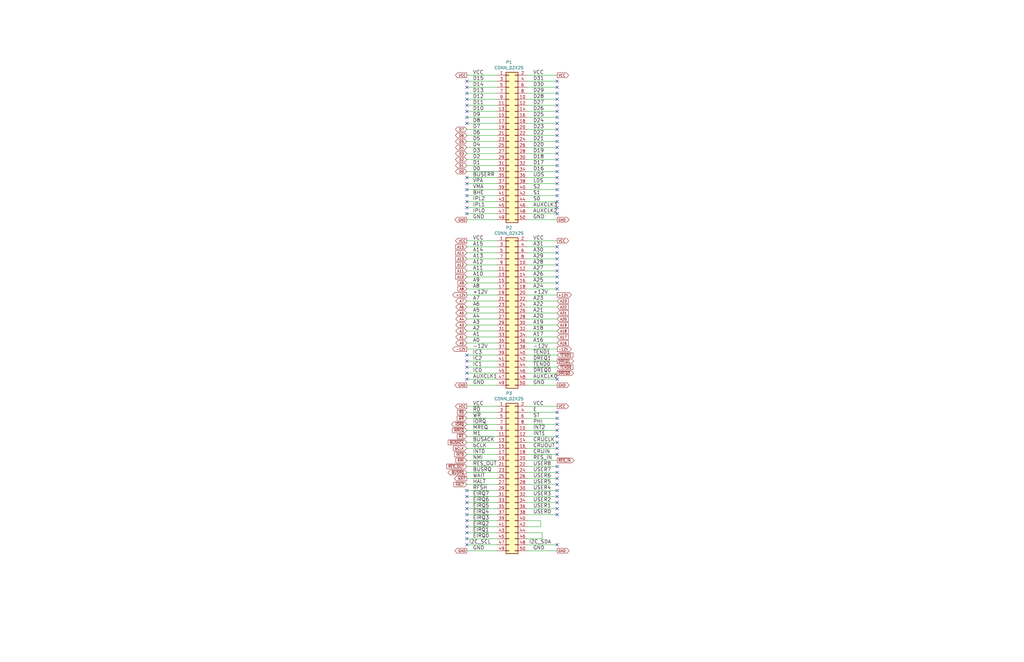
<source format=kicad_sch>
(kicad_sch (version 20211123) (generator eeschema)

  (uuid 4ad18172-4a6b-4b2c-b4ba-cae1aefed81c)

  (paper "B")

  (title_block
    (title "DuoDyne TMS9995 CPU board")
    (date "2023-10-14")
    (rev "V0.5")
  )

  (lib_symbols
    (symbol "Connector_Generic:Conn_02x25_Odd_Even" (pin_names (offset 1.016) hide) (in_bom yes) (on_board yes)
      (property "Reference" "J" (id 0) (at 1.27 33.02 0)
        (effects (font (size 1.27 1.27)))
      )
      (property "Value" "Conn_02x25_Odd_Even" (id 1) (at 1.27 -33.02 0)
        (effects (font (size 1.27 1.27)))
      )
      (property "Footprint" "" (id 2) (at 0 0 0)
        (effects (font (size 1.27 1.27)) hide)
      )
      (property "Datasheet" "~" (id 3) (at 0 0 0)
        (effects (font (size 1.27 1.27)) hide)
      )
      (property "ki_keywords" "connector" (id 4) (at 0 0 0)
        (effects (font (size 1.27 1.27)) hide)
      )
      (property "ki_description" "Generic connector, double row, 02x25, odd/even pin numbering scheme (row 1 odd numbers, row 2 even numbers), script generated (kicad-library-utils/schlib/autogen/connector/)" (id 5) (at 0 0 0)
        (effects (font (size 1.27 1.27)) hide)
      )
      (property "ki_fp_filters" "Connector*:*_2x??_*" (id 6) (at 0 0 0)
        (effects (font (size 1.27 1.27)) hide)
      )
      (symbol "Conn_02x25_Odd_Even_1_1"
        (rectangle (start -1.27 -30.353) (end 0 -30.607)
          (stroke (width 0.1524) (type default) (color 0 0 0 0))
          (fill (type none))
        )
        (rectangle (start -1.27 -27.813) (end 0 -28.067)
          (stroke (width 0.1524) (type default) (color 0 0 0 0))
          (fill (type none))
        )
        (rectangle (start -1.27 -25.273) (end 0 -25.527)
          (stroke (width 0.1524) (type default) (color 0 0 0 0))
          (fill (type none))
        )
        (rectangle (start -1.27 -22.733) (end 0 -22.987)
          (stroke (width 0.1524) (type default) (color 0 0 0 0))
          (fill (type none))
        )
        (rectangle (start -1.27 -20.193) (end 0 -20.447)
          (stroke (width 0.1524) (type default) (color 0 0 0 0))
          (fill (type none))
        )
        (rectangle (start -1.27 -17.653) (end 0 -17.907)
          (stroke (width 0.1524) (type default) (color 0 0 0 0))
          (fill (type none))
        )
        (rectangle (start -1.27 -15.113) (end 0 -15.367)
          (stroke (width 0.1524) (type default) (color 0 0 0 0))
          (fill (type none))
        )
        (rectangle (start -1.27 -12.573) (end 0 -12.827)
          (stroke (width 0.1524) (type default) (color 0 0 0 0))
          (fill (type none))
        )
        (rectangle (start -1.27 -10.033) (end 0 -10.287)
          (stroke (width 0.1524) (type default) (color 0 0 0 0))
          (fill (type none))
        )
        (rectangle (start -1.27 -7.493) (end 0 -7.747)
          (stroke (width 0.1524) (type default) (color 0 0 0 0))
          (fill (type none))
        )
        (rectangle (start -1.27 -4.953) (end 0 -5.207)
          (stroke (width 0.1524) (type default) (color 0 0 0 0))
          (fill (type none))
        )
        (rectangle (start -1.27 -2.413) (end 0 -2.667)
          (stroke (width 0.1524) (type default) (color 0 0 0 0))
          (fill (type none))
        )
        (rectangle (start -1.27 0.127) (end 0 -0.127)
          (stroke (width 0.1524) (type default) (color 0 0 0 0))
          (fill (type none))
        )
        (rectangle (start -1.27 2.667) (end 0 2.413)
          (stroke (width 0.1524) (type default) (color 0 0 0 0))
          (fill (type none))
        )
        (rectangle (start -1.27 5.207) (end 0 4.953)
          (stroke (width 0.1524) (type default) (color 0 0 0 0))
          (fill (type none))
        )
        (rectangle (start -1.27 7.747) (end 0 7.493)
          (stroke (width 0.1524) (type default) (color 0 0 0 0))
          (fill (type none))
        )
        (rectangle (start -1.27 10.287) (end 0 10.033)
          (stroke (width 0.1524) (type default) (color 0 0 0 0))
          (fill (type none))
        )
        (rectangle (start -1.27 12.827) (end 0 12.573)
          (stroke (width 0.1524) (type default) (color 0 0 0 0))
          (fill (type none))
        )
        (rectangle (start -1.27 15.367) (end 0 15.113)
          (stroke (width 0.1524) (type default) (color 0 0 0 0))
          (fill (type none))
        )
        (rectangle (start -1.27 17.907) (end 0 17.653)
          (stroke (width 0.1524) (type default) (color 0 0 0 0))
          (fill (type none))
        )
        (rectangle (start -1.27 20.447) (end 0 20.193)
          (stroke (width 0.1524) (type default) (color 0 0 0 0))
          (fill (type none))
        )
        (rectangle (start -1.27 22.987) (end 0 22.733)
          (stroke (width 0.1524) (type default) (color 0 0 0 0))
          (fill (type none))
        )
        (rectangle (start -1.27 25.527) (end 0 25.273)
          (stroke (width 0.1524) (type default) (color 0 0 0 0))
          (fill (type none))
        )
        (rectangle (start -1.27 28.067) (end 0 27.813)
          (stroke (width 0.1524) (type default) (color 0 0 0 0))
          (fill (type none))
        )
        (rectangle (start -1.27 30.607) (end 0 30.353)
          (stroke (width 0.1524) (type default) (color 0 0 0 0))
          (fill (type none))
        )
        (rectangle (start -1.27 31.75) (end 3.81 -31.75)
          (stroke (width 0.254) (type default) (color 0 0 0 0))
          (fill (type background))
        )
        (rectangle (start 3.81 -30.353) (end 2.54 -30.607)
          (stroke (width 0.1524) (type default) (color 0 0 0 0))
          (fill (type none))
        )
        (rectangle (start 3.81 -27.813) (end 2.54 -28.067)
          (stroke (width 0.1524) (type default) (color 0 0 0 0))
          (fill (type none))
        )
        (rectangle (start 3.81 -25.273) (end 2.54 -25.527)
          (stroke (width 0.1524) (type default) (color 0 0 0 0))
          (fill (type none))
        )
        (rectangle (start 3.81 -22.733) (end 2.54 -22.987)
          (stroke (width 0.1524) (type default) (color 0 0 0 0))
          (fill (type none))
        )
        (rectangle (start 3.81 -20.193) (end 2.54 -20.447)
          (stroke (width 0.1524) (type default) (color 0 0 0 0))
          (fill (type none))
        )
        (rectangle (start 3.81 -17.653) (end 2.54 -17.907)
          (stroke (width 0.1524) (type default) (color 0 0 0 0))
          (fill (type none))
        )
        (rectangle (start 3.81 -15.113) (end 2.54 -15.367)
          (stroke (width 0.1524) (type default) (color 0 0 0 0))
          (fill (type none))
        )
        (rectangle (start 3.81 -12.573) (end 2.54 -12.827)
          (stroke (width 0.1524) (type default) (color 0 0 0 0))
          (fill (type none))
        )
        (rectangle (start 3.81 -10.033) (end 2.54 -10.287)
          (stroke (width 0.1524) (type default) (color 0 0 0 0))
          (fill (type none))
        )
        (rectangle (start 3.81 -7.493) (end 2.54 -7.747)
          (stroke (width 0.1524) (type default) (color 0 0 0 0))
          (fill (type none))
        )
        (rectangle (start 3.81 -4.953) (end 2.54 -5.207)
          (stroke (width 0.1524) (type default) (color 0 0 0 0))
          (fill (type none))
        )
        (rectangle (start 3.81 -2.413) (end 2.54 -2.667)
          (stroke (width 0.1524) (type default) (color 0 0 0 0))
          (fill (type none))
        )
        (rectangle (start 3.81 0.127) (end 2.54 -0.127)
          (stroke (width 0.1524) (type default) (color 0 0 0 0))
          (fill (type none))
        )
        (rectangle (start 3.81 2.667) (end 2.54 2.413)
          (stroke (width 0.1524) (type default) (color 0 0 0 0))
          (fill (type none))
        )
        (rectangle (start 3.81 5.207) (end 2.54 4.953)
          (stroke (width 0.1524) (type default) (color 0 0 0 0))
          (fill (type none))
        )
        (rectangle (start 3.81 7.747) (end 2.54 7.493)
          (stroke (width 0.1524) (type default) (color 0 0 0 0))
          (fill (type none))
        )
        (rectangle (start 3.81 10.287) (end 2.54 10.033)
          (stroke (width 0.1524) (type default) (color 0 0 0 0))
          (fill (type none))
        )
        (rectangle (start 3.81 12.827) (end 2.54 12.573)
          (stroke (width 0.1524) (type default) (color 0 0 0 0))
          (fill (type none))
        )
        (rectangle (start 3.81 15.367) (end 2.54 15.113)
          (stroke (width 0.1524) (type default) (color 0 0 0 0))
          (fill (type none))
        )
        (rectangle (start 3.81 17.907) (end 2.54 17.653)
          (stroke (width 0.1524) (type default) (color 0 0 0 0))
          (fill (type none))
        )
        (rectangle (start 3.81 20.447) (end 2.54 20.193)
          (stroke (width 0.1524) (type default) (color 0 0 0 0))
          (fill (type none))
        )
        (rectangle (start 3.81 22.987) (end 2.54 22.733)
          (stroke (width 0.1524) (type default) (color 0 0 0 0))
          (fill (type none))
        )
        (rectangle (start 3.81 25.527) (end 2.54 25.273)
          (stroke (width 0.1524) (type default) (color 0 0 0 0))
          (fill (type none))
        )
        (rectangle (start 3.81 28.067) (end 2.54 27.813)
          (stroke (width 0.1524) (type default) (color 0 0 0 0))
          (fill (type none))
        )
        (rectangle (start 3.81 30.607) (end 2.54 30.353)
          (stroke (width 0.1524) (type default) (color 0 0 0 0))
          (fill (type none))
        )
        (pin passive line (at -5.08 30.48 0) (length 3.81)
          (name "Pin_1" (effects (font (size 1.27 1.27))))
          (number "1" (effects (font (size 1.27 1.27))))
        )
        (pin passive line (at 7.62 20.32 180) (length 3.81)
          (name "Pin_10" (effects (font (size 1.27 1.27))))
          (number "10" (effects (font (size 1.27 1.27))))
        )
        (pin passive line (at -5.08 17.78 0) (length 3.81)
          (name "Pin_11" (effects (font (size 1.27 1.27))))
          (number "11" (effects (font (size 1.27 1.27))))
        )
        (pin passive line (at 7.62 17.78 180) (length 3.81)
          (name "Pin_12" (effects (font (size 1.27 1.27))))
          (number "12" (effects (font (size 1.27 1.27))))
        )
        (pin passive line (at -5.08 15.24 0) (length 3.81)
          (name "Pin_13" (effects (font (size 1.27 1.27))))
          (number "13" (effects (font (size 1.27 1.27))))
        )
        (pin passive line (at 7.62 15.24 180) (length 3.81)
          (name "Pin_14" (effects (font (size 1.27 1.27))))
          (number "14" (effects (font (size 1.27 1.27))))
        )
        (pin passive line (at -5.08 12.7 0) (length 3.81)
          (name "Pin_15" (effects (font (size 1.27 1.27))))
          (number "15" (effects (font (size 1.27 1.27))))
        )
        (pin passive line (at 7.62 12.7 180) (length 3.81)
          (name "Pin_16" (effects (font (size 1.27 1.27))))
          (number "16" (effects (font (size 1.27 1.27))))
        )
        (pin passive line (at -5.08 10.16 0) (length 3.81)
          (name "Pin_17" (effects (font (size 1.27 1.27))))
          (number "17" (effects (font (size 1.27 1.27))))
        )
        (pin passive line (at 7.62 10.16 180) (length 3.81)
          (name "Pin_18" (effects (font (size 1.27 1.27))))
          (number "18" (effects (font (size 1.27 1.27))))
        )
        (pin passive line (at -5.08 7.62 0) (length 3.81)
          (name "Pin_19" (effects (font (size 1.27 1.27))))
          (number "19" (effects (font (size 1.27 1.27))))
        )
        (pin passive line (at 7.62 30.48 180) (length 3.81)
          (name "Pin_2" (effects (font (size 1.27 1.27))))
          (number "2" (effects (font (size 1.27 1.27))))
        )
        (pin passive line (at 7.62 7.62 180) (length 3.81)
          (name "Pin_20" (effects (font (size 1.27 1.27))))
          (number "20" (effects (font (size 1.27 1.27))))
        )
        (pin passive line (at -5.08 5.08 0) (length 3.81)
          (name "Pin_21" (effects (font (size 1.27 1.27))))
          (number "21" (effects (font (size 1.27 1.27))))
        )
        (pin passive line (at 7.62 5.08 180) (length 3.81)
          (name "Pin_22" (effects (font (size 1.27 1.27))))
          (number "22" (effects (font (size 1.27 1.27))))
        )
        (pin passive line (at -5.08 2.54 0) (length 3.81)
          (name "Pin_23" (effects (font (size 1.27 1.27))))
          (number "23" (effects (font (size 1.27 1.27))))
        )
        (pin passive line (at 7.62 2.54 180) (length 3.81)
          (name "Pin_24" (effects (font (size 1.27 1.27))))
          (number "24" (effects (font (size 1.27 1.27))))
        )
        (pin passive line (at -5.08 0 0) (length 3.81)
          (name "Pin_25" (effects (font (size 1.27 1.27))))
          (number "25" (effects (font (size 1.27 1.27))))
        )
        (pin passive line (at 7.62 0 180) (length 3.81)
          (name "Pin_26" (effects (font (size 1.27 1.27))))
          (number "26" (effects (font (size 1.27 1.27))))
        )
        (pin passive line (at -5.08 -2.54 0) (length 3.81)
          (name "Pin_27" (effects (font (size 1.27 1.27))))
          (number "27" (effects (font (size 1.27 1.27))))
        )
        (pin passive line (at 7.62 -2.54 180) (length 3.81)
          (name "Pin_28" (effects (font (size 1.27 1.27))))
          (number "28" (effects (font (size 1.27 1.27))))
        )
        (pin passive line (at -5.08 -5.08 0) (length 3.81)
          (name "Pin_29" (effects (font (size 1.27 1.27))))
          (number "29" (effects (font (size 1.27 1.27))))
        )
        (pin passive line (at -5.08 27.94 0) (length 3.81)
          (name "Pin_3" (effects (font (size 1.27 1.27))))
          (number "3" (effects (font (size 1.27 1.27))))
        )
        (pin passive line (at 7.62 -5.08 180) (length 3.81)
          (name "Pin_30" (effects (font (size 1.27 1.27))))
          (number "30" (effects (font (size 1.27 1.27))))
        )
        (pin passive line (at -5.08 -7.62 0) (length 3.81)
          (name "Pin_31" (effects (font (size 1.27 1.27))))
          (number "31" (effects (font (size 1.27 1.27))))
        )
        (pin passive line (at 7.62 -7.62 180) (length 3.81)
          (name "Pin_32" (effects (font (size 1.27 1.27))))
          (number "32" (effects (font (size 1.27 1.27))))
        )
        (pin passive line (at -5.08 -10.16 0) (length 3.81)
          (name "Pin_33" (effects (font (size 1.27 1.27))))
          (number "33" (effects (font (size 1.27 1.27))))
        )
        (pin passive line (at 7.62 -10.16 180) (length 3.81)
          (name "Pin_34" (effects (font (size 1.27 1.27))))
          (number "34" (effects (font (size 1.27 1.27))))
        )
        (pin passive line (at -5.08 -12.7 0) (length 3.81)
          (name "Pin_35" (effects (font (size 1.27 1.27))))
          (number "35" (effects (font (size 1.27 1.27))))
        )
        (pin passive line (at 7.62 -12.7 180) (length 3.81)
          (name "Pin_36" (effects (font (size 1.27 1.27))))
          (number "36" (effects (font (size 1.27 1.27))))
        )
        (pin passive line (at -5.08 -15.24 0) (length 3.81)
          (name "Pin_37" (effects (font (size 1.27 1.27))))
          (number "37" (effects (font (size 1.27 1.27))))
        )
        (pin passive line (at 7.62 -15.24 180) (length 3.81)
          (name "Pin_38" (effects (font (size 1.27 1.27))))
          (number "38" (effects (font (size 1.27 1.27))))
        )
        (pin passive line (at -5.08 -17.78 0) (length 3.81)
          (name "Pin_39" (effects (font (size 1.27 1.27))))
          (number "39" (effects (font (size 1.27 1.27))))
        )
        (pin passive line (at 7.62 27.94 180) (length 3.81)
          (name "Pin_4" (effects (font (size 1.27 1.27))))
          (number "4" (effects (font (size 1.27 1.27))))
        )
        (pin passive line (at 7.62 -17.78 180) (length 3.81)
          (name "Pin_40" (effects (font (size 1.27 1.27))))
          (number "40" (effects (font (size 1.27 1.27))))
        )
        (pin passive line (at -5.08 -20.32 0) (length 3.81)
          (name "Pin_41" (effects (font (size 1.27 1.27))))
          (number "41" (effects (font (size 1.27 1.27))))
        )
        (pin passive line (at 7.62 -20.32 180) (length 3.81)
          (name "Pin_42" (effects (font (size 1.27 1.27))))
          (number "42" (effects (font (size 1.27 1.27))))
        )
        (pin passive line (at -5.08 -22.86 0) (length 3.81)
          (name "Pin_43" (effects (font (size 1.27 1.27))))
          (number "43" (effects (font (size 1.27 1.27))))
        )
        (pin passive line (at 7.62 -22.86 180) (length 3.81)
          (name "Pin_44" (effects (font (size 1.27 1.27))))
          (number "44" (effects (font (size 1.27 1.27))))
        )
        (pin passive line (at -5.08 -25.4 0) (length 3.81)
          (name "Pin_45" (effects (font (size 1.27 1.27))))
          (number "45" (effects (font (size 1.27 1.27))))
        )
        (pin passive line (at 7.62 -25.4 180) (length 3.81)
          (name "Pin_46" (effects (font (size 1.27 1.27))))
          (number "46" (effects (font (size 1.27 1.27))))
        )
        (pin passive line (at -5.08 -27.94 0) (length 3.81)
          (name "Pin_47" (effects (font (size 1.27 1.27))))
          (number "47" (effects (font (size 1.27 1.27))))
        )
        (pin passive line (at 7.62 -27.94 180) (length 3.81)
          (name "Pin_48" (effects (font (size 1.27 1.27))))
          (number "48" (effects (font (size 1.27 1.27))))
        )
        (pin passive line (at -5.08 -30.48 0) (length 3.81)
          (name "Pin_49" (effects (font (size 1.27 1.27))))
          (number "49" (effects (font (size 1.27 1.27))))
        )
        (pin passive line (at -5.08 25.4 0) (length 3.81)
          (name "Pin_5" (effects (font (size 1.27 1.27))))
          (number "5" (effects (font (size 1.27 1.27))))
        )
        (pin passive line (at 7.62 -30.48 180) (length 3.81)
          (name "Pin_50" (effects (font (size 1.27 1.27))))
          (number "50" (effects (font (size 1.27 1.27))))
        )
        (pin passive line (at 7.62 25.4 180) (length 3.81)
          (name "Pin_6" (effects (font (size 1.27 1.27))))
          (number "6" (effects (font (size 1.27 1.27))))
        )
        (pin passive line (at -5.08 22.86 0) (length 3.81)
          (name "Pin_7" (effects (font (size 1.27 1.27))))
          (number "7" (effects (font (size 1.27 1.27))))
        )
        (pin passive line (at 7.62 22.86 180) (length 3.81)
          (name "Pin_8" (effects (font (size 1.27 1.27))))
          (number "8" (effects (font (size 1.27 1.27))))
        )
        (pin passive line (at -5.08 20.32 0) (length 3.81)
          (name "Pin_9" (effects (font (size 1.27 1.27))))
          (number "9" (effects (font (size 1.27 1.27))))
        )
      )
    )
  )


  (no_connect (at 234.95 34.29) (uuid 058969fd-78a3-4233-b47b-1da5d6f2d070))
  (no_connect (at 196.85 157.48) (uuid 07c2a645-a798-41db-8926-3f3444f14e05))
  (no_connect (at 234.95 217.17) (uuid 0c3a598a-2ffd-4c4e-85fe-0138cc30c094))
  (no_connect (at 234.95 212.09) (uuid 10992f37-698d-41fc-8830-e768e44e43b9))
  (no_connect (at 234.95 116.84) (uuid 1197d0c6-071c-4c52-9753-fe6c00e01cf2))
  (no_connect (at 196.85 41.91) (uuid 154e3dd9-a480-438a-8fc1-2f9876e7351d))
  (no_connect (at 196.85 85.09) (uuid 1b05d6ce-8d6b-463a-ae45-0b2ef9c5353b))
  (no_connect (at 234.95 199.39) (uuid 1c2e7d16-6239-403f-9001-7d481254ecbf))
  (no_connect (at 196.85 219.71) (uuid 1cb299c6-0b34-4705-95a8-27996b699737))
  (no_connect (at 196.85 214.63) (uuid 1d325a56-508e-4a9d-99f0-5200880677bd))
  (no_connect (at 234.95 184.15) (uuid 1e5eb35c-6dac-4b5e-8aa4-ea50aa7c9e87))
  (no_connect (at 234.95 41.91) (uuid 20151a36-6bbb-4769-9ffd-b60cfed7489f))
  (no_connect (at 196.85 224.79) (uuid 2259e7e1-0034-4c83-8b9d-47adead892fb))
  (no_connect (at 196.85 149.86) (uuid 241875f9-6e2d-4b32-a6ab-840c71c6472a))
  (no_connect (at 234.95 90.17) (uuid 251bfc8e-ebea-4e00-945d-723f85811d85))
  (no_connect (at 234.95 64.77) (uuid 261b3621-8dab-46b1-b290-04ac3ace5f22))
  (no_connect (at 234.95 85.09) (uuid 28cbdf6f-67a6-4e61-940e-0a5eb0664898))
  (no_connect (at 196.85 36.83) (uuid 2ce7c871-a025-42f0-a9c0-3f3f12d6ea84))
  (no_connect (at 234.95 229.87) (uuid 33033811-efc2-4624-a737-369e29b13742))
  (no_connect (at 234.95 36.83) (uuid 3357bf0a-7d12-48d3-8c96-ffdd80b3afe4))
  (no_connect (at 196.85 52.07) (uuid 34265a5e-a160-4caa-a5ac-c69b264deb14))
  (no_connect (at 234.95 69.85) (uuid 350c3d8f-3ef3-4021-953f-707f329af542))
  (no_connect (at 196.85 222.25) (uuid 3857fc6e-6bc0-49e4-af9b-c9e833633446))
  (no_connect (at 234.95 77.47) (uuid 3a89ae60-3f34-42e6-82e6-87eed8445bfb))
  (no_connect (at 234.95 196.85) (uuid 3ba7135b-42a8-4cc3-afb5-1457aeb7447e))
  (no_connect (at 196.85 152.4) (uuid 3ef909ec-10d8-4f2e-b814-39c24c77d748))
  (no_connect (at 234.95 181.61) (uuid 41f2aade-923d-445a-b0a9-aeeb2e8d4b20))
  (no_connect (at 234.95 39.37) (uuid 4af16dab-a20d-492f-b984-d0ef7db2111f))
  (no_connect (at 234.95 204.47) (uuid 4b5dc6b0-421f-4993-a031-a2c8f979b013))
  (no_connect (at 234.95 214.63) (uuid 4c3b8d3d-851e-4f04-a10f-f8c7726ed25f))
  (no_connect (at 234.95 106.68) (uuid 4f07c253-ac36-4cc8-82ff-a81aec64d778))
  (no_connect (at 234.95 186.69) (uuid 4fea853b-162a-4ed3-a356-6b8d54307e59))
  (no_connect (at 196.85 227.33) (uuid 519b775b-9648-48e8-8c42-c98f2df25e15))
  (no_connect (at 196.85 34.29) (uuid 5937d7f0-0c47-4ed0-9064-434974a9947c))
  (no_connect (at 196.85 49.53) (uuid 5989a81b-9f7c-4c55-9b2d-cbb07b9388ce))
  (no_connect (at 234.95 201.93) (uuid 5db7ef13-d513-4f02-aae8-1626ba59097b))
  (no_connect (at 234.95 104.14) (uuid 60cf3256-2b4b-48fe-bb00-613ace6bcd2d))
  (no_connect (at 234.95 173.99) (uuid 6433fa88-f4a4-46c0-bcbc-f7b34b99fb01))
  (no_connect (at 234.95 191.77) (uuid 66df14de-ae8d-42b0-a56b-fd9679e82fc7))
  (no_connect (at 234.95 189.23) (uuid 67ce1656-bca6-401b-9c77-6c2bb5fd5275))
  (no_connect (at 234.95 59.69) (uuid 690e20ab-edd9-4ba0-a4bf-b38be5d67b42))
  (no_connect (at 234.95 80.01) (uuid 70ffb159-47bf-4901-a685-63b72c6889cc))
  (no_connect (at 234.95 74.93) (uuid 71b52b14-a770-4a34-a614-cb576077a499))
  (no_connect (at 234.95 209.55) (uuid 79d8dc3c-ce4d-4c3f-805e-16965709a2c0))
  (no_connect (at 234.95 52.07) (uuid 8357590e-19d8-4254-860f-578f2cb3fd24))
  (no_connect (at 196.85 77.47) (uuid 8d03f8b4-3ec1-4e76-8572-a73deea13ba1))
  (no_connect (at 196.85 212.09) (uuid 8dd514d7-b58d-4bf9-a88c-12e924e8452e))
  (no_connect (at 234.95 62.23) (uuid 90f67c2f-74cb-44d4-b959-4845d22d8b0a))
  (no_connect (at 196.85 82.55) (uuid 916fb3b8-25d5-4098-a3fc-27f3a0c7e92b))
  (no_connect (at 234.95 109.22) (uuid 91fbca0a-9856-46b2-85e3-537f00eae2d2))
  (no_connect (at 234.95 121.92) (uuid 93975b8f-b648-4f27-a3df-e5db856c71f6))
  (no_connect (at 196.85 90.17) (uuid 958b95b7-587b-4764-9b99-e4e95d1c7a3f))
  (no_connect (at 234.95 44.45) (uuid 98f83a09-56ac-4616-a95c-45d8568e571c))
  (no_connect (at 196.85 207.01) (uuid 9b7454ba-740d-4730-b708-2ede1b47378e))
  (no_connect (at 234.95 111.76) (uuid 9d32d798-e23f-44f1-b6bc-5ccf9fe58bdf))
  (no_connect (at 196.85 229.87) (uuid 9d99cec6-00b4-4cf9-a1b2-411b22353c5a))
  (no_connect (at 196.85 217.17) (uuid a4ffff00-fc6f-4bac-b1ba-6ec836904cb8))
  (no_connect (at 234.95 54.61) (uuid a6d76eab-6acb-41fd-8a5d-6de771d5c836))
  (no_connect (at 234.95 46.99) (uuid a84b8a97-96ce-4aa8-91fa-1a863c9a998a))
  (no_connect (at 234.95 49.53) (uuid aabb4104-d0bb-43ec-9663-1fb94effb5e5))
  (no_connect (at 234.95 72.39) (uuid b96ebb72-05f8-4377-b3df-eeb929275e18))
  (no_connect (at 234.95 207.01) (uuid ba9dfc33-d48e-4145-ac98-0fea8f5ce5ad))
  (no_connect (at 234.95 176.53) (uuid bc71f537-36fe-46b3-a522-05537469122c))
  (no_connect (at 196.85 154.94) (uuid c08bf363-fbf8-4063-bb40-ce04445d4f50))
  (no_connect (at 234.95 87.63) (uuid c568bf00-8f85-491f-827e-a71e4fb959d9))
  (no_connect (at 196.85 74.93) (uuid ccb2409b-d3da-43f8-9ffd-8146aff08b32))
  (no_connect (at 234.95 179.07) (uuid ceeb9d4a-886a-4c02-a10c-cdd5db7f9b44))
  (no_connect (at 196.85 209.55) (uuid d0554d0b-d162-45df-8f8c-52b6597febeb))
  (no_connect (at 234.95 119.38) (uuid d05fe3d2-b45c-4ddd-bbd1-b1f0ddfb7bbb))
  (no_connect (at 234.95 67.31) (uuid d477e638-5afa-431d-bf34-6143ba5e9a5c))
  (no_connect (at 234.95 114.3) (uuid d8fa4bb0-2841-40f6-a67b-0f52c428713c))
  (no_connect (at 196.85 87.63) (uuid df5ac77e-0bd9-4565-beed-6e479f696b1a))
  (no_connect (at 196.85 46.99) (uuid e4349b70-e785-41db-af53-59f85d867458))
  (no_connect (at 234.95 82.55) (uuid e65b6351-ae9c-4c58-b2a3-fdf5d714e311))
  (no_connect (at 196.85 39.37) (uuid eb9605b0-eb70-49f3-9a60-c04fbb8eceb5))
  (no_connect (at 196.85 160.02) (uuid f57f0f49-80e7-4c86-9d78-b72c3cb2c743))
  (no_connect (at 234.95 57.15) (uuid f5dceb0f-9a5f-40e9-8751-469f0d245c06))
  (no_connect (at 196.85 80.01) (uuid f6377170-bd04-4c37-977a-0dfd483d5c45))
  (no_connect (at 234.95 160.02) (uuid fa379a91-66ab-4178-8113-c4b1366e39ea))
  (no_connect (at 196.85 44.45) (uuid ff412e31-7f63-42a9-971f-95670b7ac9a0))

  (wire (pts (xy 222.25 34.29) (xy 234.95 34.29))
    (stroke (width 0) (type default) (color 0 0 0 0))
    (uuid 015e6ae4-4a85-4f7d-a356-781cb7e06b02)
  )
  (wire (pts (xy 222.25 132.08) (xy 234.95 132.08))
    (stroke (width 0) (type default) (color 0 0 0 0))
    (uuid 01ae987f-e09d-4a13-bd92-8c99fe419fb5)
  )
  (wire (pts (xy 222.25 152.4) (xy 234.95 152.4))
    (stroke (width 0) (type default) (color 0 0 0 0))
    (uuid 03d9460c-2e49-41da-b998-0b86f92e053c)
  )
  (wire (pts (xy 196.85 214.63) (xy 209.55 214.63))
    (stroke (width 0) (type default) (color 0 0 0 0))
    (uuid 06087901-0561-4676-bb45-506736d9d2c2)
  )
  (wire (pts (xy 196.85 147.32) (xy 209.55 147.32))
    (stroke (width 0) (type default) (color 0 0 0 0))
    (uuid 062a3b59-80ee-4466-8c5e-ce05fe893949)
  )
  (wire (pts (xy 196.85 39.37) (xy 209.55 39.37))
    (stroke (width 0) (type default) (color 0 0 0 0))
    (uuid 088b26c8-e001-406f-956d-7bdd1e2b39e6)
  )
  (wire (pts (xy 196.85 114.3) (xy 209.55 114.3))
    (stroke (width 0) (type default) (color 0 0 0 0))
    (uuid 095ce988-0631-4eaf-be3e-181bd8c3ab70)
  )
  (wire (pts (xy 234.95 176.53) (xy 222.25 176.53))
    (stroke (width 0) (type default) (color 0 0 0 0))
    (uuid 0acf9111-3b4c-4670-9640-b7ff6f56dc63)
  )
  (wire (pts (xy 196.85 109.22) (xy 209.55 109.22))
    (stroke (width 0) (type default) (color 0 0 0 0))
    (uuid 0afc2acf-9823-4606-8473-ff6a4369ddb2)
  )
  (wire (pts (xy 222.25 44.45) (xy 234.95 44.45))
    (stroke (width 0) (type default) (color 0 0 0 0))
    (uuid 0c884251-b2f0-4206-922d-23e60890c8ff)
  )
  (wire (pts (xy 196.85 104.14) (xy 209.55 104.14))
    (stroke (width 0) (type default) (color 0 0 0 0))
    (uuid 1143724f-5f79-47ef-bced-ea946d3c82b4)
  )
  (wire (pts (xy 196.85 186.69) (xy 209.55 186.69))
    (stroke (width 0) (type default) (color 0 0 0 0))
    (uuid 149d89b9-4b6e-41a2-bbd2-4b901c2826c5)
  )
  (wire (pts (xy 222.25 101.6) (xy 234.95 101.6))
    (stroke (width 0) (type default) (color 0 0 0 0))
    (uuid 14a9207a-796f-47bb-94da-844edd1f8060)
  )
  (wire (pts (xy 196.85 64.77) (xy 209.55 64.77))
    (stroke (width 0) (type default) (color 0 0 0 0))
    (uuid 16ea66ad-6046-40c9-be55-432575d106c7)
  )
  (wire (pts (xy 196.85 224.79) (xy 209.55 224.79))
    (stroke (width 0) (type default) (color 0 0 0 0))
    (uuid 19a1879f-a7fe-4352-9558-c748cdcdc0a0)
  )
  (wire (pts (xy 222.25 212.09) (xy 234.95 212.09))
    (stroke (width 0) (type default) (color 0 0 0 0))
    (uuid 1d6ff72b-20ab-411c-9a9d-27595f841582)
  )
  (wire (pts (xy 222.25 72.39) (xy 234.95 72.39))
    (stroke (width 0) (type default) (color 0 0 0 0))
    (uuid 1da900cf-a19d-417c-9beb-de0733080b97)
  )
  (wire (pts (xy 196.85 121.92) (xy 209.55 121.92))
    (stroke (width 0) (type default) (color 0 0 0 0))
    (uuid 1ee85c3e-3b42-4263-8b10-7c569710b88d)
  )
  (wire (pts (xy 222.25 142.24) (xy 234.95 142.24))
    (stroke (width 0) (type default) (color 0 0 0 0))
    (uuid 1f6496ce-7bec-41f8-b88c-34c9025d9923)
  )
  (wire (pts (xy 222.25 31.75) (xy 234.95 31.75))
    (stroke (width 0) (type default) (color 0 0 0 0))
    (uuid 20d3ef78-257a-4906-99dd-d3a46b3343cf)
  )
  (wire (pts (xy 196.85 191.77) (xy 209.55 191.77))
    (stroke (width 0) (type default) (color 0 0 0 0))
    (uuid 216013b2-5c8b-4ed8-874c-e701f4dc69d6)
  )
  (wire (pts (xy 222.25 207.01) (xy 234.95 207.01))
    (stroke (width 0) (type default) (color 0 0 0 0))
    (uuid 2275ab55-2a17-493a-9e5c-658740db9b0f)
  )
  (wire (pts (xy 209.55 77.47) (xy 196.85 77.47))
    (stroke (width 0) (type default) (color 0 0 0 0))
    (uuid 2288caf2-a19b-491f-9eca-8df574b40125)
  )
  (wire (pts (xy 227.965 219.71) (xy 227.965 222.25))
    (stroke (width 0) (type default) (color 0 0 0 0))
    (uuid 22de3164-d9b5-4ea3-b9b8-3eff806bbb65)
  )
  (wire (pts (xy 222.25 39.37) (xy 234.95 39.37))
    (stroke (width 0) (type default) (color 0 0 0 0))
    (uuid 22de71a6-e918-4c27-b682-605ae6544548)
  )
  (wire (pts (xy 222.25 82.55) (xy 234.95 82.55))
    (stroke (width 0) (type default) (color 0 0 0 0))
    (uuid 257c6f54-7219-4234-94b8-f8bde1fae0f3)
  )
  (wire (pts (xy 222.25 147.32) (xy 234.95 147.32))
    (stroke (width 0) (type default) (color 0 0 0 0))
    (uuid 25f256c4-fc1f-4270-b8af-3f681820d4fe)
  )
  (wire (pts (xy 196.85 184.15) (xy 209.55 184.15))
    (stroke (width 0) (type default) (color 0 0 0 0))
    (uuid 2983c20e-2b6a-4507-9526-e0c2e1dc7a94)
  )
  (wire (pts (xy 196.85 134.62) (xy 209.55 134.62))
    (stroke (width 0) (type default) (color 0 0 0 0))
    (uuid 2ffd5d9f-bf92-4a99-93c4-124518a390f9)
  )
  (wire (pts (xy 196.85 139.7) (xy 209.55 139.7))
    (stroke (width 0) (type default) (color 0 0 0 0))
    (uuid 3025a445-7845-4c92-9ef2-775e14680b3c)
  )
  (wire (pts (xy 222.25 217.17) (xy 234.95 217.17))
    (stroke (width 0) (type default) (color 0 0 0 0))
    (uuid 30a1f3c3-8ffb-4174-8db2-f4494ebfba65)
  )
  (wire (pts (xy 196.85 57.15) (xy 209.55 57.15))
    (stroke (width 0) (type default) (color 0 0 0 0))
    (uuid 30aad04f-91ab-4729-aa19-eecac49f2ca3)
  )
  (wire (pts (xy 222.25 194.31) (xy 234.95 194.31))
    (stroke (width 0) (type default) (color 0 0 0 0))
    (uuid 30fe5710-fc44-448e-8901-4238bca5b0bf)
  )
  (wire (pts (xy 222.25 137.16) (xy 234.95 137.16))
    (stroke (width 0) (type default) (color 0 0 0 0))
    (uuid 356fdd1f-b5ed-443c-bc82-b2c9dc898812)
  )
  (wire (pts (xy 228.6 227.33) (xy 222.25 227.33))
    (stroke (width 0) (type default) (color 0 0 0 0))
    (uuid 37b9fe31-b746-402b-af1b-ea3b9c96db3a)
  )
  (wire (pts (xy 196.85 176.53) (xy 209.55 176.53))
    (stroke (width 0) (type default) (color 0 0 0 0))
    (uuid 3a3a0215-65e9-4d9b-895a-10d3a874ff5b)
  )
  (wire (pts (xy 196.85 67.31) (xy 209.55 67.31))
    (stroke (width 0) (type default) (color 0 0 0 0))
    (uuid 3a63b37f-a0e2-4ba3-9e29-b598b43aa08c)
  )
  (wire (pts (xy 222.25 36.83) (xy 234.95 36.83))
    (stroke (width 0) (type default) (color 0 0 0 0))
    (uuid 3b074c40-757b-4617-8f9d-f2141c679c70)
  )
  (wire (pts (xy 196.85 36.83) (xy 209.55 36.83))
    (stroke (width 0) (type default) (color 0 0 0 0))
    (uuid 3c6ee23d-51a3-4685-95dc-15fe747c6176)
  )
  (wire (pts (xy 222.25 52.07) (xy 234.95 52.07))
    (stroke (width 0) (type default) (color 0 0 0 0))
    (uuid 3d506672-72d5-42bc-aa01-4cd308f794d2)
  )
  (wire (pts (xy 234.95 184.15) (xy 222.25 184.15))
    (stroke (width 0) (type default) (color 0 0 0 0))
    (uuid 3f51dfce-f434-4cb6-b072-58423c5fa239)
  )
  (wire (pts (xy 196.85 171.45) (xy 209.55 171.45))
    (stroke (width 0) (type default) (color 0 0 0 0))
    (uuid 41e5ac7c-8860-4500-ba9a-70e208d7559f)
  )
  (wire (pts (xy 196.85 199.39) (xy 209.55 199.39))
    (stroke (width 0) (type default) (color 0 0 0 0))
    (uuid 43090334-0a0f-4e28-adac-31caf4706c2f)
  )
  (wire (pts (xy 196.85 196.85) (xy 209.55 196.85))
    (stroke (width 0) (type default) (color 0 0 0 0))
    (uuid 435d406d-4be9-41cc-a531-cc9f88567716)
  )
  (wire (pts (xy 222.25 119.38) (xy 234.95 119.38))
    (stroke (width 0) (type default) (color 0 0 0 0))
    (uuid 4a3122f9-21e9-4aec-93d9-6e65679f13ee)
  )
  (wire (pts (xy 196.85 137.16) (xy 209.55 137.16))
    (stroke (width 0) (type default) (color 0 0 0 0))
    (uuid 4a7296dd-bcc7-4b1b-9672-49ae08106fcf)
  )
  (wire (pts (xy 196.85 54.61) (xy 209.55 54.61))
    (stroke (width 0) (type default) (color 0 0 0 0))
    (uuid 4cea438f-e83f-4f69-abfa-5f4b0ff2c311)
  )
  (wire (pts (xy 196.85 116.84) (xy 209.55 116.84))
    (stroke (width 0) (type default) (color 0 0 0 0))
    (uuid 52d96259-6691-4e52-aa13-9088221390d2)
  )
  (wire (pts (xy 222.25 160.02) (xy 234.95 160.02))
    (stroke (width 0) (type default) (color 0 0 0 0))
    (uuid 538c100d-9381-45ab-8bfa-2ead33d43609)
  )
  (wire (pts (xy 209.55 152.4) (xy 196.85 152.4))
    (stroke (width 0) (type default) (color 0 0 0 0))
    (uuid 5720b020-64c3-4251-b6f9-13103bb544ca)
  )
  (wire (pts (xy 222.25 67.31) (xy 234.95 67.31))
    (stroke (width 0) (type default) (color 0 0 0 0))
    (uuid 573d3863-ee0c-44a3-bcc9-4211af4ebd14)
  )
  (wire (pts (xy 234.95 173.99) (xy 222.25 173.99))
    (stroke (width 0) (type default) (color 0 0 0 0))
    (uuid 579c3322-ca77-4e8d-b28b-04e7d548e77a)
  )
  (wire (pts (xy 209.55 229.87) (xy 196.85 229.87))
    (stroke (width 0) (type default) (color 0 0 0 0))
    (uuid 58074ba5-2764-497f-bc47-9df3dfb99e38)
  )
  (wire (pts (xy 222.25 109.22) (xy 234.95 109.22))
    (stroke (width 0) (type default) (color 0 0 0 0))
    (uuid 593740b3-b836-4045-9d87-801a3213bdda)
  )
  (wire (pts (xy 196.85 209.55) (xy 209.55 209.55))
    (stroke (width 0) (type default) (color 0 0 0 0))
    (uuid 5af9e736-7361-462c-82a2-7bddf6be0300)
  )
  (wire (pts (xy 234.95 186.69) (xy 222.25 186.69))
    (stroke (width 0) (type default) (color 0 0 0 0))
    (uuid 5cfb28ca-b179-4fe5-a023-ed0c3f23eba4)
  )
  (wire (pts (xy 222.25 157.48) (xy 234.95 157.48))
    (stroke (width 0) (type default) (color 0 0 0 0))
    (uuid 5df3ed73-3702-455b-97ce-273fcedcb607)
  )
  (wire (pts (xy 222.25 41.91) (xy 234.95 41.91))
    (stroke (width 0) (type default) (color 0 0 0 0))
    (uuid 5f097677-6f11-4d97-ac79-f4fa73870fd2)
  )
  (wire (pts (xy 196.85 62.23) (xy 209.55 62.23))
    (stroke (width 0) (type default) (color 0 0 0 0))
    (uuid 5f57237e-e096-40c5-adcd-f440b47d1f51)
  )
  (wire (pts (xy 196.85 34.29) (xy 209.55 34.29))
    (stroke (width 0) (type default) (color 0 0 0 0))
    (uuid 60bcc42d-9ca1-4a89-88b7-aad9e8e125f8)
  )
  (wire (pts (xy 222.25 59.69) (xy 234.95 59.69))
    (stroke (width 0) (type default) (color 0 0 0 0))
    (uuid 61b1a632-438c-4a3d-8a45-47ed905c62b7)
  )
  (wire (pts (xy 227.965 222.25) (xy 222.25 222.25))
    (stroke (width 0) (type default) (color 0 0 0 0))
    (uuid 624f73c0-4f5b-4a71-b8a9-879a2494c667)
  )
  (wire (pts (xy 228.6 224.79) (xy 222.25 224.79))
    (stroke (width 0) (type default) (color 0 0 0 0))
    (uuid 62530d56-ede7-4197-a804-9a51c9beea39)
  )
  (wire (pts (xy 222.25 129.54) (xy 234.95 129.54))
    (stroke (width 0) (type default) (color 0 0 0 0))
    (uuid 628f4af4-4cba-4548-b142-4cae7071beb1)
  )
  (wire (pts (xy 196.85 101.6) (xy 209.55 101.6))
    (stroke (width 0) (type default) (color 0 0 0 0))
    (uuid 63d431ca-6487-4d89-8282-8bc9d8f907c6)
  )
  (wire (pts (xy 196.85 217.17) (xy 209.55 217.17))
    (stroke (width 0) (type default) (color 0 0 0 0))
    (uuid 669f34ec-f570-4a9c-9f48-1e58f143503f)
  )
  (wire (pts (xy 222.25 127) (xy 234.95 127))
    (stroke (width 0) (type default) (color 0 0 0 0))
    (uuid 6935052e-f04a-49c5-99bc-23f1ec55c1c9)
  )
  (wire (pts (xy 196.85 160.02) (xy 209.55 160.02))
    (stroke (width 0) (type default) (color 0 0 0 0))
    (uuid 6ade0a51-6103-49e8-a33a-7ba880bf06f4)
  )
  (wire (pts (xy 196.85 119.38) (xy 209.55 119.38))
    (stroke (width 0) (type default) (color 0 0 0 0))
    (uuid 6d2f0a5b-7e13-48ce-abe0-e9f669aeaeec)
  )
  (wire (pts (xy 222.25 121.92) (xy 234.95 121.92))
    (stroke (width 0) (type default) (color 0 0 0 0))
    (uuid 6ec9e388-faa2-47a4-878b-78abdd907470)
  )
  (wire (pts (xy 222.25 134.62) (xy 234.95 134.62))
    (stroke (width 0) (type default) (color 0 0 0 0))
    (uuid 713c7998-aa3c-4199-93da-605df28e6cc0)
  )
  (wire (pts (xy 222.25 85.09) (xy 234.95 85.09))
    (stroke (width 0) (type default) (color 0 0 0 0))
    (uuid 72ce35d6-8920-4cd5-bcc1-ce936200e7d9)
  )
  (wire (pts (xy 234.95 181.61) (xy 222.25 181.61))
    (stroke (width 0) (type default) (color 0 0 0 0))
    (uuid 74502f06-a905-4968-8c56-3ffe4018736b)
  )
  (wire (pts (xy 196.85 49.53) (xy 209.55 49.53))
    (stroke (width 0) (type default) (color 0 0 0 0))
    (uuid 747032fa-b8e2-45c4-9e0a-b3158541b948)
  )
  (wire (pts (xy 222.25 90.17) (xy 234.95 90.17))
    (stroke (width 0) (type default) (color 0 0 0 0))
    (uuid 76f6fe73-b91e-4d88-af07-947946b3562d)
  )
  (wire (pts (xy 196.85 204.47) (xy 209.55 204.47))
    (stroke (width 0) (type default) (color 0 0 0 0))
    (uuid 77698867-94d8-4ba1-9252-5d120746c043)
  )
  (wire (pts (xy 222.25 92.71) (xy 234.95 92.71))
    (stroke (width 0) (type default) (color 0 0 0 0))
    (uuid 78841758-66fe-4d98-8f87-fb018910fba9)
  )
  (wire (pts (xy 222.25 49.53) (xy 234.95 49.53))
    (stroke (width 0) (type default) (color 0 0 0 0))
    (uuid 78eb2276-b3f5-4eef-b03e-9155207de580)
  )
  (wire (pts (xy 196.85 207.01) (xy 209.55 207.01))
    (stroke (width 0) (type default) (color 0 0 0 0))
    (uuid 79caf572-e20a-4223-b89e-b25e52724949)
  )
  (wire (pts (xy 196.85 201.93) (xy 209.55 201.93))
    (stroke (width 0) (type default) (color 0 0 0 0))
    (uuid 79f74bbd-ee81-43e9-95d1-9ebc15069bb9)
  )
  (wire (pts (xy 196.85 111.76) (xy 209.55 111.76))
    (stroke (width 0) (type default) (color 0 0 0 0))
    (uuid 7af9325c-1ec0-473e-9bc9-d8df88f509d1)
  )
  (wire (pts (xy 234.95 229.87) (xy 222.25 229.87))
    (stroke (width 0) (type default) (color 0 0 0 0))
    (uuid 7c68025f-5fd9-4df2-99bb-793df69d1de5)
  )
  (wire (pts (xy 196.85 227.33) (xy 209.55 227.33))
    (stroke (width 0) (type default) (color 0 0 0 0))
    (uuid 7d6221bf-0a34-4bc4-856a-3cce7a56f26d)
  )
  (wire (pts (xy 222.25 74.93) (xy 234.95 74.93))
    (stroke (width 0) (type default) (color 0 0 0 0))
    (uuid 83a4188e-1197-49a7-9aa6-7618a4692392)
  )
  (wire (pts (xy 222.25 201.93) (xy 234.95 201.93))
    (stroke (width 0) (type default) (color 0 0 0 0))
    (uuid 87a2a8e1-4096-437a-b84b-1acc4ca3de7e)
  )
  (wire (pts (xy 209.55 80.01) (xy 196.85 80.01))
    (stroke (width 0) (type default) (color 0 0 0 0))
    (uuid 8c054099-2e9c-419a-a9b3-2ca18ca54d6f)
  )
  (wire (pts (xy 222.25 189.23) (xy 234.95 189.23))
    (stroke (width 0) (type default) (color 0 0 0 0))
    (uuid 8e3ca111-eeaf-406d-845a-6995a3f83be3)
  )
  (wire (pts (xy 222.25 46.99) (xy 234.95 46.99))
    (stroke (width 0) (type default) (color 0 0 0 0))
    (uuid 9039111d-0f80-4a87-af85-2ecf70bf33b0)
  )
  (wire (pts (xy 222.25 104.14) (xy 234.95 104.14))
    (stroke (width 0) (type default) (color 0 0 0 0))
    (uuid 91b55152-cc1e-4312-9b78-f7c07368b48c)
  )
  (wire (pts (xy 196.85 222.25) (xy 209.55 222.25))
    (stroke (width 0) (type default) (color 0 0 0 0))
    (uuid 940be0ae-9144-47e8-89cc-24d5473d6ac3)
  )
  (wire (pts (xy 222.25 209.55) (xy 234.95 209.55))
    (stroke (width 0) (type default) (color 0 0 0 0))
    (uuid 94dc98df-78ba-4148-917b-cbd7b0b0ce6e)
  )
  (wire (pts (xy 209.55 74.93) (xy 196.85 74.93))
    (stroke (width 0) (type default) (color 0 0 0 0))
    (uuid 95071ab8-a9bd-4ec4-8357-29fd201a7c22)
  )
  (wire (pts (xy 209.55 90.17) (xy 196.85 90.17))
    (stroke (width 0) (type default) (color 0 0 0 0))
    (uuid 972ab2da-5d2e-4be2-828d-72e43e11d4b0)
  )
  (wire (pts (xy 222.25 204.47) (xy 234.95 204.47))
    (stroke (width 0) (type default) (color 0 0 0 0))
    (uuid 9be38183-161d-4090-bb36-0e7957c166d9)
  )
  (wire (pts (xy 196.85 194.31) (xy 209.55 194.31))
    (stroke (width 0) (type default) (color 0 0 0 0))
    (uuid 9caa18cf-f695-4c1e-a68b-230b759212e6)
  )
  (wire (pts (xy 196.85 144.78) (xy 209.55 144.78))
    (stroke (width 0) (type default) (color 0 0 0 0))
    (uuid 9e26f15c-d804-44b7-889b-45fabc4fc51a)
  )
  (wire (pts (xy 196.85 69.85) (xy 209.55 69.85))
    (stroke (width 0) (type default) (color 0 0 0 0))
    (uuid 9f38d196-7d0c-40d6-b188-ee5afa398adc)
  )
  (wire (pts (xy 222.25 196.85) (xy 234.95 196.85))
    (stroke (width 0) (type default) (color 0 0 0 0))
    (uuid 9faaf744-1deb-49d1-bc48-7b8843ef6ca8)
  )
  (wire (pts (xy 222.25 106.68) (xy 234.95 106.68))
    (stroke (width 0) (type default) (color 0 0 0 0))
    (uuid a217bad3-d44e-4f44-9b36-7be55abcadf2)
  )
  (wire (pts (xy 227.965 219.71) (xy 222.25 219.71))
    (stroke (width 0) (type default) (color 0 0 0 0))
    (uuid a607c88f-f624-4cd9-9a2c-3eeaeffdf955)
  )
  (wire (pts (xy 222.25 214.63) (xy 234.95 214.63))
    (stroke (width 0) (type default) (color 0 0 0 0))
    (uuid a63419a1-20f8-45a9-b454-d6a3c51f3ea7)
  )
  (wire (pts (xy 222.25 199.39) (xy 234.95 199.39))
    (stroke (width 0) (type default) (color 0 0 0 0))
    (uuid a65eaddb-a009-4ab0-bc2c-bdbf9539179d)
  )
  (wire (pts (xy 196.85 162.56) (xy 209.55 162.56))
    (stroke (width 0) (type default) (color 0 0 0 0))
    (uuid a8b6ffc5-f4aa-4829-94d6-eba33a4564fd)
  )
  (wire (pts (xy 196.85 41.91) (xy 209.55 41.91))
    (stroke (width 0) (type default) (color 0 0 0 0))
    (uuid aa2e3645-53a8-46da-8835-c24887df089d)
  )
  (wire (pts (xy 228.6 224.79) (xy 228.6 227.33))
    (stroke (width 0) (type default) (color 0 0 0 0))
    (uuid abdb84fa-5c90-4e5e-9b04-7439e595635f)
  )
  (wire (pts (xy 196.85 232.41) (xy 209.55 232.41))
    (stroke (width 0) (type default) (color 0 0 0 0))
    (uuid ade92532-5b9e-47fb-9865-2a8eb9733a7b)
  )
  (wire (pts (xy 222.25 77.47) (xy 234.95 77.47))
    (stroke (width 0) (type default) (color 0 0 0 0))
    (uuid af9cc173-e701-4601-bafa-c7cfe9d0068f)
  )
  (wire (pts (xy 222.25 80.01) (xy 234.95 80.01))
    (stroke (width 0) (type default) (color 0 0 0 0))
    (uuid b00bb6f9-1c28-4f02-9724-32a3ca2b1c21)
  )
  (wire (pts (xy 196.85 106.68) (xy 209.55 106.68))
    (stroke (width 0) (type default) (color 0 0 0 0))
    (uuid b03c6473-5b48-493d-95e0-539e50fc0ed3)
  )
  (wire (pts (xy 209.55 82.55) (xy 196.85 82.55))
    (stroke (width 0) (type default) (color 0 0 0 0))
    (uuid b30d8147-7a85-40f3-a5e2-ef57c5e00fbe)
  )
  (wire (pts (xy 222.25 191.77) (xy 234.95 191.77))
    (stroke (width 0) (type default) (color 0 0 0 0))
    (uuid b5e4c221-3eca-4157-9442-db4477b1107d)
  )
  (wire (pts (xy 196.85 132.08) (xy 209.55 132.08))
    (stroke (width 0) (type default) (color 0 0 0 0))
    (uuid b5f207fc-dce5-4a60-b290-984cfe637378)
  )
  (wire (pts (xy 196.85 31.75) (xy 209.55 31.75))
    (stroke (width 0) (type default) (color 0 0 0 0))
    (uuid b7654728-a284-4bb0-8a4f-9cddd9b691dc)
  )
  (wire (pts (xy 222.25 54.61) (xy 234.95 54.61))
    (stroke (width 0) (type default) (color 0 0 0 0))
    (uuid b87dc6fa-f4ec-44e2-9af7-6e4e0e352c3e)
  )
  (wire (pts (xy 196.85 44.45) (xy 209.55 44.45))
    (stroke (width 0) (type default) (color 0 0 0 0))
    (uuid b8dd8835-048d-4c22-8811-da8d6d45352f)
  )
  (wire (pts (xy 222.25 144.78) (xy 234.95 144.78))
    (stroke (width 0) (type default) (color 0 0 0 0))
    (uuid bb0c6881-bd0a-43ba-889f-645b4b22f5bd)
  )
  (wire (pts (xy 222.25 124.46) (xy 234.95 124.46))
    (stroke (width 0) (type default) (color 0 0 0 0))
    (uuid bc97bec3-7562-4409-b3c7-071145c5699a)
  )
  (wire (pts (xy 222.25 232.41) (xy 234.95 232.41))
    (stroke (width 0) (type default) (color 0 0 0 0))
    (uuid bd140abc-56c3-42d2-8845-f43f2e41507e)
  )
  (wire (pts (xy 222.25 149.86) (xy 234.95 149.86))
    (stroke (width 0) (type default) (color 0 0 0 0))
    (uuid bf0a4af4-bb67-4458-8ef3-137fec18f598)
  )
  (wire (pts (xy 196.85 52.07) (xy 209.55 52.07))
    (stroke (width 0) (type default) (color 0 0 0 0))
    (uuid bfaf993e-9f74-4b11-840e-0add6faa7a0a)
  )
  (wire (pts (xy 209.55 149.86) (xy 196.85 149.86))
    (stroke (width 0) (type default) (color 0 0 0 0))
    (uuid c34fb5e2-06d9-4a14-a7a2-c3196de9ba4d)
  )
  (wire (pts (xy 196.85 92.71) (xy 209.55 92.71))
    (stroke (width 0) (type default) (color 0 0 0 0))
    (uuid c3949185-557c-4c0c-8d9e-d1bb05554da8)
  )
  (wire (pts (xy 222.25 139.7) (xy 234.95 139.7))
    (stroke (width 0) (type default) (color 0 0 0 0))
    (uuid c515950c-62ef-4f3b-9500-ca47cfe9f631)
  )
  (wire (pts (xy 196.85 127) (xy 209.55 127))
    (stroke (width 0) (type default) (color 0 0 0 0))
    (uuid c5bf0623-4a0a-41d0-92ff-adac0b0bf242)
  )
  (wire (pts (xy 222.25 57.15) (xy 234.95 57.15))
    (stroke (width 0) (type default) (color 0 0 0 0))
    (uuid c6217e4d-ad40-4581-a694-2e192da5b90f)
  )
  (wire (pts (xy 234.95 87.63) (xy 222.25 87.63))
    (stroke (width 0) (type default) (color 0 0 0 0))
    (uuid c7257ee1-e993-43b8-95f9-3df52d419ba8)
  )
  (wire (pts (xy 196.85 189.23) (xy 209.55 189.23))
    (stroke (width 0) (type default) (color 0 0 0 0))
    (uuid c86f74ee-63f5-4c43-9d13-ea87db1c9b75)
  )
  (wire (pts (xy 222.25 154.94) (xy 234.95 154.94))
    (stroke (width 0) (type default) (color 0 0 0 0))
    (uuid c9855540-e394-4dc1-ba0b-abf3a1c85e11)
  )
  (wire (pts (xy 222.25 64.77) (xy 234.95 64.77))
    (stroke (width 0) (type default) (color 0 0 0 0))
    (uuid cc930cb5-1f2a-4104-9cf2-0bde3585bc99)
  )
  (wire (pts (xy 234.95 179.07) (xy 222.25 179.07))
    (stroke (width 0) (type default) (color 0 0 0 0))
    (uuid cdae9cc4-24b4-4a69-b964-3aae8173369a)
  )
  (wire (pts (xy 196.85 46.99) (xy 209.55 46.99))
    (stroke (width 0) (type default) (color 0 0 0 0))
    (uuid ce9990a7-61ed-4be7-b4e3-eab5ebbc0ab2)
  )
  (wire (pts (xy 209.55 157.48) (xy 196.85 157.48))
    (stroke (width 0) (type default) (color 0 0 0 0))
    (uuid d0ddcba3-ca33-4335-a4a7-011b81e37bfa)
  )
  (wire (pts (xy 209.55 154.94) (xy 196.85 154.94))
    (stroke (width 0) (type default) (color 0 0 0 0))
    (uuid d228a33f-6b0f-44af-a38d-50d93305f3c5)
  )
  (wire (pts (xy 196.85 212.09) (xy 209.55 212.09))
    (stroke (width 0) (type default) (color 0 0 0 0))
    (uuid dc13d374-cbde-41a9-a972-92e979e3fd12)
  )
  (wire (pts (xy 196.85 129.54) (xy 209.55 129.54))
    (stroke (width 0) (type default) (color 0 0 0 0))
    (uuid dda393e8-624b-4b60-9b3b-dcc0f3631a2f)
  )
  (wire (pts (xy 222.25 111.76) (xy 234.95 111.76))
    (stroke (width 0) (type default) (color 0 0 0 0))
    (uuid de0142b5-daee-4813-9b67-ea15e846785f)
  )
  (wire (pts (xy 222.25 62.23) (xy 234.95 62.23))
    (stroke (width 0) (type default) (color 0 0 0 0))
    (uuid defface3-016a-4c44-8c2f-f64df93dcadd)
  )
  (wire (pts (xy 209.55 87.63) (xy 196.85 87.63))
    (stroke (width 0) (type default) (color 0 0 0 0))
    (uuid df18df6a-9c0e-4220-bdbc-fd11c7bc3ac7)
  )
  (wire (pts (xy 196.85 179.07) (xy 209.55 179.07))
    (stroke (width 0) (type default) (color 0 0 0 0))
    (uuid df59f677-d85d-46d2-b5d0-88f087b993b8)
  )
  (wire (pts (xy 196.85 142.24) (xy 209.55 142.24))
    (stroke (width 0) (type default) (color 0 0 0 0))
    (uuid e2cba64e-3a1a-4aa2-9aa3-dc71333670ee)
  )
  (wire (pts (xy 196.85 173.99) (xy 209.55 173.99))
    (stroke (width 0) (type default) (color 0 0 0 0))
    (uuid ea96c188-0ab8-45f7-86ce-42ca2e4285fd)
  )
  (wire (pts (xy 209.55 85.09) (xy 196.85 85.09))
    (stroke (width 0) (type default) (color 0 0 0 0))
    (uuid ecfd793a-ae88-44f9-b5e7-03076364901e)
  )
  (wire (pts (xy 196.85 72.39) (xy 209.55 72.39))
    (stroke (width 0) (type default) (color 0 0 0 0))
    (uuid ee4d3507-3eee-4f06-ab07-02358ed71ebd)
  )
  (wire (pts (xy 222.25 114.3) (xy 234.95 114.3))
    (stroke (width 0) (type default) (color 0 0 0 0))
    (uuid efb5d737-58dd-4e87-b2e9-2cd5069eb718)
  )
  (wire (pts (xy 222.25 69.85) (xy 234.95 69.85))
    (stroke (width 0) (type default) (color 0 0 0 0))
    (uuid efbeaa7f-dd1d-4bf3-826c-60c17e62c96c)
  )
  (wire (pts (xy 196.85 219.71) (xy 209.55 219.71))
    (stroke (width 0) (type default) (color 0 0 0 0))
    (uuid f011ff7e-3ab4-4b54-812c-60869f2118aa)
  )
  (wire (pts (xy 196.85 181.61) (xy 209.55 181.61))
    (stroke (width 0) (type default) (color 0 0 0 0))
    (uuid f0323760-bf49-4c94-863c-0765ecaa9dc2)
  )
  (wire (pts (xy 222.25 162.56) (xy 234.95 162.56))
    (stroke (width 0) (type default) (color 0 0 0 0))
    (uuid f5fa943b-5f30-44e3-bb79-a3feecfd3ac2)
  )
  (wire (pts (xy 196.85 59.69) (xy 209.55 59.69))
    (stroke (width 0) (type default) (color 0 0 0 0))
    (uuid f81c0a44-32b2-41c8-81cd-dcd1346b03fb)
  )
  (wire (pts (xy 222.25 116.84) (xy 234.95 116.84))
    (stroke (width 0) (type default) (color 0 0 0 0))
    (uuid f8b85d3f-07c6-4270-98fa-24b32d1139d3)
  )
  (wire (pts (xy 222.25 171.45) (xy 234.95 171.45))
    (stroke (width 0) (type default) (color 0 0 0 0))
    (uuid fb08c45e-4b12-484b-b765-2cc5aeb06cf8)
  )
  (wire (pts (xy 196.85 124.46) (xy 209.55 124.46))
    (stroke (width 0) (type default) (color 0 0 0 0))
    (uuid fd5dbba0-f189-4868-808b-f6475c82934d)
  )

  (label "+12V" (at 224.79 124.46 0)
    (effects (font (size 1.524 1.524)) (justify left bottom))
    (uuid 0b6d0478-63ce-415d-9fad-686071b3fdc4)
  )
  (label "~{IORQ}" (at 199.39 179.07 0)
    (effects (font (size 1.524 1.524)) (justify left bottom))
    (uuid 0cee3847-04f2-48ea-9080-75aaa50bf2ce)
  )
  (label "-12V" (at 224.79 147.32 0)
    (effects (font (size 1.524 1.524)) (justify left bottom))
    (uuid 0d1fe5a1-19c7-4cac-ab59-1ad19442d1e5)
  )
  (label "D27" (at 224.79 44.45 0)
    (effects (font (size 1.524 1.524)) (justify left bottom))
    (uuid 0d4e0d20-5b09-47ed-9855-b73b73c27d71)
  )
  (label "USER5" (at 224.79 204.47 0)
    (effects (font (size 1.524 1.524)) (justify left bottom))
    (uuid 0e82a0d6-ccf8-4d94-8005-06725ef5e105)
  )
  (label "~{EIRQ4}" (at 199.39 217.17 0)
    (effects (font (size 1.524 1.524)) (justify left bottom))
    (uuid 0f5a271a-dbc6-41b8-b092-5624f0e43613)
  )
  (label "D1" (at 199.39 69.85 0)
    (effects (font (size 1.524 1.524)) (justify left bottom))
    (uuid 100cc29b-7d44-4879-b50a-6267948ba42e)
  )
  (label "D5" (at 199.39 59.69 0)
    (effects (font (size 1.524 1.524)) (justify left bottom))
    (uuid 101cda62-3205-4ab0-81c2-1ac94a707adf)
  )
  (label "~{BHE}" (at 199.39 82.55 0)
    (effects (font (size 1.524 1.524)) (justify left bottom))
    (uuid 10ddfc8d-ca51-4ebf-97de-93062db17830)
  )
  (label "A30" (at 224.79 106.68 0)
    (effects (font (size 1.524 1.524)) (justify left bottom))
    (uuid 126abb13-b4bc-4fb7-8810-2ff3bb33e27b)
  )
  (label "GND" (at 199.39 162.56 0)
    (effects (font (size 1.524 1.524)) (justify left bottom))
    (uuid 1287b31d-fd6c-4660-bcf5-ee168ad6ddf9)
  )
  (label "~{INT0}" (at 199.39 191.77 0)
    (effects (font (size 1.524 1.524)) (justify left bottom))
    (uuid 12a6761d-edd0-4561-98f8-5e034d7ece5f)
  )
  (label "VCC" (at 224.79 101.6 0)
    (effects (font (size 1.524 1.524)) (justify left bottom))
    (uuid 135b713c-d2cb-4e82-b506-25835739abfe)
  )
  (label "I2C_SDA" (at 232.41 229.87 180)
    (effects (font (size 1.524 1.524)) (justify right bottom))
    (uuid 1ccfea42-3119-4dc2-b882-28153dd0e9df)
  )
  (label "A6" (at 199.39 129.54 0)
    (effects (font (size 1.524 1.524)) (justify left bottom))
    (uuid 1e091475-6552-47d5-97a6-03d18751903f)
  )
  (label "IC2" (at 199.39 152.4 0)
    (effects (font (size 1.524 1.524)) (justify left bottom))
    (uuid 1f4be086-f049-4115-8e8a-aa9cb0b31036)
  )
  (label "A22" (at 224.79 129.54 0)
    (effects (font (size 1.524 1.524)) (justify left bottom))
    (uuid 1fb69b1c-799e-415b-b199-2c4b76357631)
  )
  (label "A7" (at 199.39 127 0)
    (effects (font (size 1.524 1.524)) (justify left bottom))
    (uuid 254657be-4722-4c44-920c-263e0295f457)
  )
  (label "AUXCLK3" (at 224.79 87.63 0)
    (effects (font (size 1.524 1.524)) (justify left bottom))
    (uuid 256a02a6-4682-4297-ae3d-f59b077a3758)
  )
  (label "VCC" (at 199.39 101.6 0)
    (effects (font (size 1.524 1.524)) (justify left bottom))
    (uuid 25f4a9b7-fd8e-43f2-88ae-45c8a2207197)
  )
  (label "D0" (at 199.39 72.39 0)
    (effects (font (size 1.524 1.524)) (justify left bottom))
    (uuid 2a91fc43-df5c-4adb-b800-b81aeb357032)
  )
  (label "D13" (at 199.39 39.37 0)
    (effects (font (size 1.524 1.524)) (justify left bottom))
    (uuid 2ae1c80c-472e-48ab-900a-1442616177bb)
  )
  (label "AUXCLK1" (at 199.39 160.02 0)
    (effects (font (size 1.524 1.524)) (justify left bottom))
    (uuid 2c1a610e-df0a-44ca-ac57-8c294fe15f9b)
  )
  (label "A19" (at 224.79 137.16 0)
    (effects (font (size 1.524 1.524)) (justify left bottom))
    (uuid 2cf2d6fe-20d0-477d-b1f5-accb91dc8b51)
  )
  (label "IPL1" (at 199.39 87.63 0)
    (effects (font (size 1.524 1.524)) (justify left bottom))
    (uuid 2d768390-837d-4e6e-ada1-a264d87c0eb5)
  )
  (label "D29" (at 224.79 39.37 0)
    (effects (font (size 1.524 1.524)) (justify left bottom))
    (uuid 3244a838-9d72-4afd-a17f-add9cf716fde)
  )
  (label "GND" (at 224.79 92.71 0)
    (effects (font (size 1.524 1.524)) (justify left bottom))
    (uuid 32b2de6e-4b34-4914-bb35-83e3fc19214e)
  )
  (label "UDS" (at 224.79 74.93 0)
    (effects (font (size 1.524 1.524)) (justify left bottom))
    (uuid 37c38b30-ffae-4396-a944-a0ac075c6932)
  )
  (label "A4" (at 199.39 134.62 0)
    (effects (font (size 1.524 1.524)) (justify left bottom))
    (uuid 37d77424-80fd-47c0-b26a-f89ae49c515a)
  )
  (label "A25" (at 224.79 119.38 0)
    (effects (font (size 1.524 1.524)) (justify left bottom))
    (uuid 380dbe33-5b4c-42b7-b325-4db7f4f0810c)
  )
  (label "A1" (at 199.39 142.24 0)
    (effects (font (size 1.524 1.524)) (justify left bottom))
    (uuid 3b19d9f7-c87d-4b10-8629-653a7737a196)
  )
  (label "GND" (at 199.39 92.71 0)
    (effects (font (size 1.524 1.524)) (justify left bottom))
    (uuid 3b1ee2a1-6973-4d30-a00b-5859be5f8c83)
  )
  (label "A5" (at 199.39 132.08 0)
    (effects (font (size 1.524 1.524)) (justify left bottom))
    (uuid 3c0d8a82-b1f5-4deb-a0b1-a2acca047caf)
  )
  (label "~{EIRQ0}" (at 199.39 227.33 0)
    (effects (font (size 1.524 1.524)) (justify left bottom))
    (uuid 3ecadece-b8e9-4cee-8364-b0fb454b78ce)
  )
  (label "IC0" (at 199.39 157.48 0)
    (effects (font (size 1.524 1.524)) (justify left bottom))
    (uuid 404dccd2-2398-4725-9bfc-7189d4380eb7)
  )
  (label "D25" (at 224.79 49.53 0)
    (effects (font (size 1.524 1.524)) (justify left bottom))
    (uuid 44473810-0780-4c17-aa85-5cf132c872c7)
  )
  (label "D31" (at 224.79 34.29 0)
    (effects (font (size 1.524 1.524)) (justify left bottom))
    (uuid 4653dcc7-cbc3-476e-ba5e-8e424d84c0c3)
  )
  (label "USER6" (at 224.79 201.93 0)
    (effects (font (size 1.524 1.524)) (justify left bottom))
    (uuid 475bbf3a-e327-4f2c-8213-37991d4a13bc)
  )
  (label "~{TEND0}" (at 224.79 154.94 0)
    (effects (font (size 1.524 1.524)) (justify left bottom))
    (uuid 4bba6df8-f239-4740-bbe6-416af003c4a9)
  )
  (label "D20" (at 224.79 62.23 0)
    (effects (font (size 1.524 1.524)) (justify left bottom))
    (uuid 4df8e70b-08ed-4eed-b1b9-1f6209639f71)
  )
  (label "D21" (at 224.79 59.69 0)
    (effects (font (size 1.524 1.524)) (justify left bottom))
    (uuid 4e8fb680-cc8c-45f8-8274-c8b684b87a96)
  )
  (label "CRUCLK" (at 224.79 186.69 0)
    (effects (font (size 1.524 1.524)) (justify left bottom))
    (uuid 50a5fb46-e54b-494f-ae94-33c27e04be17)
  )
  (label "VCC" (at 199.39 31.75 0)
    (effects (font (size 1.524 1.524)) (justify left bottom))
    (uuid 52098e82-fe09-438b-b8d5-784714080535)
  )
  (label "D4" (at 199.39 62.23 0)
    (effects (font (size 1.524 1.524)) (justify left bottom))
    (uuid 52a4b241-1f11-451c-b61c-f04c649de182)
  )
  (label "A10" (at 199.39 116.84 0)
    (effects (font (size 1.524 1.524)) (justify left bottom))
    (uuid 53d98772-e85c-4938-991f-8b4b0c3c5b49)
  )
  (label "D19" (at 224.79 64.77 0)
    (effects (font (size 1.524 1.524)) (justify left bottom))
    (uuid 53eb4842-1879-4e05-8445-615f26793d59)
  )
  (label "D14" (at 199.39 36.83 0)
    (effects (font (size 1.524 1.524)) (justify left bottom))
    (uuid 541f7193-2f6f-4622-8c7d-cfb20432c850)
  )
  (label "D7" (at 199.39 54.61 0)
    (effects (font (size 1.524 1.524)) (justify left bottom))
    (uuid 55f18f1f-3fa2-439d-b1b7-f98ecac49f15)
  )
  (label "A21" (at 224.79 132.08 0)
    (effects (font (size 1.524 1.524)) (justify left bottom))
    (uuid 569e18c2-11f3-4c50-b9a8-c2c4e2d35f0f)
  )
  (label "A0" (at 199.39 144.78 0)
    (effects (font (size 1.524 1.524)) (justify left bottom))
    (uuid 5c07dc3e-1dd0-4b87-b230-31ac7199fbdb)
  )
  (label "D9" (at 199.39 49.53 0)
    (effects (font (size 1.524 1.524)) (justify left bottom))
    (uuid 5e924fbe-b0ad-42f6-b69a-991f4f240469)
  )
  (label "IC3" (at 199.39 149.86 0)
    (effects (font (size 1.524 1.524)) (justify left bottom))
    (uuid 60415867-c9e0-4b6c-bc52-3f9180171d10)
  )
  (label "USER3" (at 224.79 209.55 0)
    (effects (font (size 1.524 1.524)) (justify left bottom))
    (uuid 613edd84-6cf3-492b-9aac-8b6457d1f116)
  )
  (label "ST" (at 224.79 176.53 0)
    (effects (font (size 1.524 1.524)) (justify left bottom))
    (uuid 6870edf9-9e10-44c3-b6ad-b26829a4e520)
  )
  (label "~{NMI}" (at 199.39 194.31 0)
    (effects (font (size 1.524 1.524)) (justify left bottom))
    (uuid 69b8a789-9dec-4eb6-a9ef-5004f8c39695)
  )
  (label "USER0" (at 224.79 217.17 0)
    (effects (font (size 1.524 1.524)) (justify left bottom))
    (uuid 6b24c3cc-aef1-4189-811b-f21515ab03ea)
  )
  (label "~{TEND1}" (at 224.79 149.86 0)
    (effects (font (size 1.524 1.524)) (justify left bottom))
    (uuid 6c00e2c4-2c80-421f-94d6-1237175613ca)
  )
  (label "VCC" (at 224.79 31.75 0)
    (effects (font (size 1.524 1.524)) (justify left bottom))
    (uuid 6c6e8ce0-0509-4b44-9e93-b26f3899963a)
  )
  (label "~{EIRQ5}" (at 199.39 214.63 0)
    (effects (font (size 1.524 1.524)) (justify left bottom))
    (uuid 6c803e3b-57e1-4fd4-82ac-e12c8c781e3e)
  )
  (label "~{EIRQ1}" (at 199.39 224.79 0)
    (effects (font (size 1.524 1.524)) (justify left bottom))
    (uuid 6ce0377d-1b4e-4b09-a7dc-b5589a1d7d25)
  )
  (label "D10" (at 199.39 46.99 0)
    (effects (font (size 1.524 1.524)) (justify left bottom))
    (uuid 6d5b285b-fb34-4136-8992-159b21b1309e)
  )
  (label "~{HALT}" (at 199.39 204.47 0)
    (effects (font (size 1.524 1.524)) (justify left bottom))
    (uuid 6d86764a-e42b-41f5-a833-2c1e3eb504ff)
  )
  (label "~{EIRQ6}" (at 199.39 212.09 0)
    (effects (font (size 1.524 1.524)) (justify left bottom))
    (uuid 6d9e2943-8910-45ea-80fd-a77e65bbccb3)
  )
  (label "D8" (at 199.39 52.07 0)
    (effects (font (size 1.524 1.524)) (justify left bottom))
    (uuid 7003b0f4-e323-4bac-a7dc-179087caab0e)
  )
  (label "CRUIN" (at 224.79 191.77 0)
    (effects (font (size 1.524 1.524)) (justify left bottom))
    (uuid 72ba205f-1ddd-4130-bd65-67018fbf856f)
  )
  (label "D26" (at 224.79 46.99 0)
    (effects (font (size 1.524 1.524)) (justify left bottom))
    (uuid 744e2898-4daa-4adf-9d72-79e54df1672b)
  )
  (label "PHI" (at 224.79 179.07 0)
    (effects (font (size 1.524 1.524)) (justify left bottom))
    (uuid 76599999-4612-428d-a889-e2b7472cd1bc)
  )
  (label "IPL2" (at 199.39 85.09 0)
    (effects (font (size 1.524 1.524)) (justify left bottom))
    (uuid 7718d53b-d194-4d2b-8ab7-5e1aa5157416)
  )
  (label "~{DREQ1}" (at 224.79 152.4 0)
    (effects (font (size 1.524 1.524)) (justify left bottom))
    (uuid 78b1ab46-7085-439d-834b-e8b56df304bd)
  )
  (label "A15" (at 199.39 104.14 0)
    (effects (font (size 1.524 1.524)) (justify left bottom))
    (uuid 7befdc9a-64a1-4c71-bc35-a3e03945e193)
  )
  (label "A16" (at 224.79 144.78 0)
    (effects (font (size 1.524 1.524)) (justify left bottom))
    (uuid 7d2f8c58-63e5-4d3d-9fd1-8ea5ba04f777)
  )
  (label "S2" (at 224.79 80.01 0)
    (effects (font (size 1.524 1.524)) (justify left bottom))
    (uuid 8145cd14-4a09-4120-aa9c-3bd0c485953c)
  )
  (label "~{RD}" (at 199.39 173.99 0)
    (effects (font (size 1.524 1.524)) (justify left bottom))
    (uuid 83bfc784-e2d4-4e10-951f-26c67ceb8dde)
  )
  (label "E" (at 224.79 173.99 0)
    (effects (font (size 1.524 1.524)) (justify left bottom))
    (uuid 865007ee-a619-44e8-b4ac-4797d6fbb9f7)
  )
  (label "D28" (at 224.79 41.91 0)
    (effects (font (size 1.524 1.524)) (justify left bottom))
    (uuid 89b2012a-fc26-492d-aeb2-6ff9c1c86df9)
  )
  (label "A12" (at 199.39 111.76 0)
    (effects (font (size 1.524 1.524)) (justify left bottom))
    (uuid 8ae8835d-b05b-494c-9ad5-36bc0ef4d322)
  )
  (label "GND" (at 224.79 232.41 0)
    (effects (font (size 1.524 1.524)) (justify left bottom))
    (uuid 8b7a9af0-e9bf-4e92-8890-f506231ef8f2)
  )
  (label "GND" (at 199.39 232.41 0)
    (effects (font (size 1.524 1.524)) (justify left bottom))
    (uuid 8bd543a5-b501-4e72-b740-6a34f0cb10dc)
  )
  (label "~{EIRQ3}" (at 199.39 219.71 0)
    (effects (font (size 1.524 1.524)) (justify left bottom))
    (uuid 8f511cdb-fdc4-4037-9508-70121fca006b)
  )
  (label "A2" (at 199.39 139.7 0)
    (effects (font (size 1.524 1.524)) (justify left bottom))
    (uuid 8f62d0f8-a1c1-4de8-a877-b3af5733f576)
  )
  (label "D15" (at 199.39 34.29 0)
    (effects (font (size 1.524 1.524)) (justify left bottom))
    (uuid 90af683e-4078-4bc5-aef0-c1a93e22b71b)
  )
  (label "A29" (at 224.79 109.22 0)
    (effects (font (size 1.524 1.524)) (justify left bottom))
    (uuid 9356e08d-29c8-415f-bfdf-d0e3f34056eb)
  )
  (label "S0" (at 224.79 85.09 0)
    (effects (font (size 1.524 1.524)) (justify left bottom))
    (uuid 9ad46fa6-3092-41bf-8792-0fd939977b3a)
  )
  (label "USER8" (at 224.79 196.85 0)
    (effects (font (size 1.524 1.524)) (justify left bottom))
    (uuid 9b3e3d38-bf93-4fea-9927-70fa7d1511d9)
  )
  (label "USER2" (at 224.79 212.09 0)
    (effects (font (size 1.524 1.524)) (justify left bottom))
    (uuid 9e8501c4-6afa-41f0-b315-90f0eaf3a181)
  )
  (label "~{WAIT}" (at 199.39 201.93 0)
    (effects (font (size 1.524 1.524)) (justify left bottom))
    (uuid 9eec47ca-5593-48fe-a59d-8d0fdd427ef0)
  )
  (label "D17" (at 224.79 69.85 0)
    (effects (font (size 1.524 1.524)) (justify left bottom))
    (uuid 9f9b7b2f-b865-4caf-9204-708d7d09a985)
  )
  (label "D3" (at 199.39 64.77 0)
    (effects (font (size 1.524 1.524)) (justify left bottom))
    (uuid a038d3b7-2e31-4fcb-97ef-72b9b5a0b11a)
  )
  (label "A26" (at 224.79 116.84 0)
    (effects (font (size 1.524 1.524)) (justify left bottom))
    (uuid a11cf5b2-b3af-4595-8d06-e666cb2268f3)
  )
  (label "D11" (at 199.39 44.45 0)
    (effects (font (size 1.524 1.524)) (justify left bottom))
    (uuid a23989f1-5e0e-4e80-8bdf-3264b6a4e16c)
  )
  (label "IC1" (at 199.39 154.94 0)
    (effects (font (size 1.524 1.524)) (justify left bottom))
    (uuid a340d536-fb3e-4dc6-9ffa-7012bf718e6f)
  )
  (label "D23" (at 224.79 54.61 0)
    (effects (font (size 1.524 1.524)) (justify left bottom))
    (uuid a598b723-dece-4859-88a8-b6353dbaff3a)
  )
  (label "~{INT1}" (at 224.79 184.15 0)
    (effects (font (size 1.524 1.524)) (justify left bottom))
    (uuid a7deba08-942b-433e-881a-4483727f3482)
  )
  (label "~{BUSACK}" (at 199.39 186.69 0)
    (effects (font (size 1.524 1.524)) (justify left bottom))
    (uuid a80dd7f9-62df-48ee-90b8-25601445c12b)
  )
  (label "~{MREQ}" (at 199.39 181.61 0)
    (effects (font (size 1.524 1.524)) (justify left bottom))
    (uuid aa0b7706-745d-4f2c-8eef-402b04069c57)
  )
  (label "~{RES_IN}" (at 224.79 194.31 0)
    (effects (font (size 1.524 1.524)) (justify left bottom))
    (uuid aa4a5e4e-d3a6-4330-b6af-909d69f26918)
  )
  (label "A27" (at 224.79 114.3 0)
    (effects (font (size 1.524 1.524)) (justify left bottom))
    (uuid abf451e4-bf58-4316-8b5a-e4c815de99b5)
  )
  (label "LDS" (at 224.79 77.47 0)
    (effects (font (size 1.524 1.524)) (justify left bottom))
    (uuid ad2d3717-d040-4515-8818-1922a923585e)
  )
  (label "A8" (at 199.39 121.92 0)
    (effects (font (size 1.524 1.524)) (justify left bottom))
    (uuid ae033fdb-ca42-4a19-a2bd-26b95fb266a8)
  )
  (label "I2C_SCL" (at 207.01 229.87 180)
    (effects (font (size 1.524 1.524)) (justify right bottom))
    (uuid af30ef21-b1d7-41d8-aa57-e059d9b11b1b)
  )
  (label "-12V" (at 199.39 147.32 0)
    (effects (font (size 1.524 1.524)) (justify left bottom))
    (uuid af71e40a-26c1-4d08-9d12-46e4b971c7a7)
  )
  (label "+12V" (at 199.39 124.46 0)
    (effects (font (size 1.524 1.524)) (justify left bottom))
    (uuid af9161c5-22ba-460e-88ff-57fb6f0fbf43)
  )
  (label "USER4" (at 224.79 207.01 0)
    (effects (font (size 1.524 1.524)) (justify left bottom))
    (uuid afe6d25c-2850-4f62-84fd-5dd78872997c)
  )
  (label "A23" (at 224.79 127 0)
    (effects (font (size 1.524 1.524)) (justify left bottom))
    (uuid b08972c9-9a88-4168-bb66-f0bbcd5a56ed)
  )
  (label "AUXCLK0" (at 224.79 160.02 0)
    (effects (font (size 1.524 1.524)) (justify left bottom))
    (uuid b0ed5e85-08b7-43e8-8805-e2adabdebd1a)
  )
  (label "D30" (at 224.79 36.83 0)
    (effects (font (size 1.524 1.524)) (justify left bottom))
    (uuid b49e7514-6871-4e8c-9111-8ca46eb99960)
  )
  (label "D18" (at 224.79 67.31 0)
    (effects (font (size 1.524 1.524)) (justify left bottom))
    (uuid b574ac11-443c-4414-9c55-142930ea3c1e)
  )
  (label "D22" (at 224.79 57.15 0)
    (effects (font (size 1.524 1.524)) (justify left bottom))
    (uuid b5b0ba43-f846-430e-b6f6-afc59fb71643)
  )
  (label "A17" (at 224.79 142.24 0)
    (effects (font (size 1.524 1.524)) (justify left bottom))
    (uuid bbb1861f-6add-4a8e-bf73-55daeff301ba)
  )
  (label "~{INT2}" (at 224.79 181.61 0)
    (effects (font (size 1.524 1.524)) (justify left bottom))
    (uuid bc1d8cf5-4c5e-4b5d-b84f-44804936779c)
  )
  (label "D24" (at 224.79 52.07 0)
    (effects (font (size 1.524 1.524)) (justify left bottom))
    (uuid bc7b83ba-34a6-4395-8a13-dc8216348f7e)
  )
  (label "~{VMA}" (at 199.39 80.01 0)
    (effects (font (size 1.524 1.524)) (justify left bottom))
    (uuid c0937a21-14a3-4810-99a2-ceadf0beae86)
  )
  (label "~{BUSRQ}" (at 199.39 199.39 0)
    (effects (font (size 1.524 1.524)) (justify left bottom))
    (uuid c2214dc8-1236-4f6f-b8c0-0aac6da6ff21)
  )
  (label "~{BUSERR}" (at 199.39 74.93 0)
    (effects (font (size 1.524 1.524)) (justify left bottom))
    (uuid c250a667-5852-4f61-9ba7-1137d3b1a89d)
  )
  (label "A11" (at 199.39 114.3 0)
    (effects (font (size 1.524 1.524)) (justify left bottom))
    (uuid c4de64f0-82ea-4107-bf8d-2f3754a1b650)
  )
  (label "CRUOUT" (at 224.79 189.23 0)
    (effects (font (size 1.524 1.524)) (justify left bottom))
    (uuid c607ea12-8a27-44e9-b65a-6eef1e0e2201)
  )
  (label "A14" (at 199.39 106.68 0)
    (effects (font (size 1.524 1.524)) (justify left bottom))
    (uuid c624fa9e-be09-42ce-88ed-bf2d169235d8)
  )
  (label "~{M1}" (at 199.39 184.15 0)
    (effects (font (size 1.524 1.524)) (justify left bottom))
    (uuid c7b49752-edb0-4da5-a440-a9280d1b63b8)
  )
  (label "D2" (at 199.39 67.31 0)
    (effects (font (size 1.524 1.524)) (justify left bottom))
    (uuid cb026975-5011-4e0e-b5cf-e4d9e2cfaa94)
  )
  (label "AUXCLK2" (at 224.79 90.17 0)
    (effects (font (size 1.524 1.524)) (justify left bottom))
    (uuid cdd3eea2-7d6d-4bc1-884a-b11d921d2d59)
  )
  (label "A13" (at 199.39 109.22 0)
    (effects (font (size 1.524 1.524)) (justify left bottom))
    (uuid d0dc5090-2f69-404e-9d2d-96f30badc3ca)
  )
  (label "IPL0" (at 199.39 90.17 0)
    (effects (font (size 1.524 1.524)) (justify left bottom))
    (uuid d2ab2fcf-b2e2-498a-82e5-adb54c052ad1)
  )
  (label "~{EIRQ7}" (at 199.39 209.55 0)
    (effects (font (size 1.524 1.524)) (justify left bottom))
    (uuid d3f842f7-749a-46ba-abdc-76a9724659ec)
  )
  (label "A31" (at 224.79 104.14 0)
    (effects (font (size 1.524 1.524)) (justify left bottom))
    (uuid d48b0372-54f6-4046-8af1-11781dd93f93)
  )
  (label "USER7" (at 224.79 199.39 0)
    (effects (font (size 1.524 1.524)) (justify left bottom))
    (uuid d51ed597-2a50-42ae-96d6-3faa1d9f360c)
  )
  (label "~{WR}" (at 199.39 176.53 0)
    (effects (font (size 1.524 1.524)) (justify left bottom))
    (uuid d8bd996b-3914-49ef-b34e-91bb7be4a18a)
  )
  (label "~{RFSH}" (at 199.39 207.01 0)
    (effects (font (size 1.524 1.524)) (justify left bottom))
    (uuid d93909c7-0b3a-439e-a41e-316a1003c9fb)
  )
  (label "~{RES_OUT}" (at 199.39 196.85 0)
    (effects (font (size 1.524 1.524)) (justify left bottom))
    (uuid d98aee08-386c-4870-90ad-6a6f36516832)
  )
  (label "A18" (at 224.79 139.7 0)
    (effects (font (size 1.524 1.524)) (justify left bottom))
    (uuid dd48a365-2152-424f-b5e1-678919a95de7)
  )
  (label "~{DREQ0}" (at 224.79 157.48 0)
    (effects (font (size 1.524 1.524)) (justify left bottom))
    (uuid de71f477-e2bd-4671-8412-544c7c3d952e)
  )
  (label "S1" (at 224.79 82.55 0)
    (effects (font (size 1.524 1.524)) (justify left bottom))
    (uuid e460b6be-6835-4928-8afa-faeda4159525)
  )
  (label "A3" (at 199.39 137.16 0)
    (effects (font (size 1.524 1.524)) (justify left bottom))
    (uuid e4dcc012-1755-4c11-9417-2d90eef49ad7)
  )
  (label "~{VPA}" (at 199.39 77.47 0)
    (effects (font (size 1.524 1.524)) (justify left bottom))
    (uuid e4eb40e4-14c6-4fe9-ae34-678b16edde41)
  )
  (label "VCC" (at 199.39 171.45 0)
    (effects (font (size 1.524 1.524)) (justify left bottom))
    (uuid e8570dd2-77b3-4ac6-9b25-fe5cc52396dd)
  )
  (label "GND" (at 224.79 162.56 0)
    (effects (font (size 1.524 1.524)) (justify left bottom))
    (uuid ead26b1b-2565-467d-b893-050fbb6ba5fa)
  )
  (label "~{EIRQ2}" (at 199.39 222.25 0)
    (effects (font (size 1.524 1.524)) (justify left bottom))
    (uuid eaf870f7-0257-4488-b8b4-01593ffac30d)
  )
  (label "A28" (at 224.79 111.76 0)
    (effects (font (size 1.524 1.524)) (justify left bottom))
    (uuid ed94a53d-fb01-4b11-b5c0-d7b43c1c3cc7)
  )
  (label "A20" (at 224.79 134.62 0)
    (effects (font (size 1.524 1.524)) (justify left bottom))
    (uuid edf38941-231f-42db-b836-f52681c3da83)
  )
  (label "D12" (at 199.39 41.91 0)
    (effects (font (size 1.524 1.524)) (justify left bottom))
    (uuid ee74e5c6-b4dd-41ce-94dc-0cfff07bc35c)
  )
  (label "A9" (at 199.39 119.38 0)
    (effects (font (size 1.524 1.524)) (justify left bottom))
    (uuid eea244c2-2196-4a12-878e-487c249ac9fa)
  )
  (label "A24" (at 224.79 121.92 0)
    (effects (font (size 1.524 1.524)) (justify left bottom))
    (uuid eeff86ac-6c6e-4eca-859a-5224b10e277e)
  )
  (label "bCLK" (at 199.39 189.23 0)
    (effects (font (size 1.524 1.524)) (justify left bottom))
    (uuid f36da59e-a432-4d99-befc-88d5bb3b0f17)
  )
  (label "VCC" (at 224.79 171.45 0)
    (effects (font (size 1.524 1.524)) (justify left bottom))
    (uuid f9a1ed04-d983-4226-8a9d-ec337d2fd964)
  )
  (label "D16" (at 224.79 72.39 0)
    (effects (font (size 1.524 1.524)) (justify left bottom))
    (uuid f9bb918e-0056-48a2-8fe9-d0f2145b23b6)
  )
  (label "D6" (at 199.39 57.15 0)
    (effects (font (size 1.524 1.524)) (justify left bottom))
    (uuid fc72ea1f-bba0-44a0-899a-9bcb9b9bf25b)
  )
  (label "USER1" (at 224.79 214.63 0)
    (effects (font (size 1.524 1.524)) (justify left bottom))
    (uuid fcf7fd54-31b4-42ff-9c4c-9fdfcc6ccff7)
  )

  (global_label "~{TEND1}" (shape input) (at 234.95 149.86 0) (fields_autoplaced)
    (effects (font (size 1.016 1.016)) (justify left))
    (uuid 03d99b21-5452-4b0d-8d04-a323ca9ad33a)
    (property "Intersheet References" "${INTERSHEET_REFS}" (id 0) (at 0 0 0)
      (effects (font (size 1.27 1.27)) hide)
    )
  )
  (global_label "A7" (shape bidirectional) (at 196.85 127 180) (fields_autoplaced)
    (effects (font (size 1.016 1.016)) (justify right))
    (uuid 0418d46b-2e38-48f4-a909-830bb5e87e23)
    (property "Intersheet References" "${INTERSHEET_REFS}" (id 0) (at 193.1522 126.9365 0)
      (effects (font (size 1.016 1.016)) (justify right) hide)
    )
  )
  (global_label "~{BUSACK}" (shape input) (at 196.85 186.69 180) (fields_autoplaced)
    (effects (font (size 1.016 1.016)) (justify right))
    (uuid 090889df-e33e-4965-af23-97b535f6232b)
    (property "Intersheet References" "${INTERSHEET_REFS}" (id 0) (at 0 0 0)
      (effects (font (size 1.27 1.27)) hide)
    )
  )
  (global_label "A4" (shape bidirectional) (at 196.85 134.62 180) (fields_autoplaced)
    (effects (font (size 1.016 1.016)) (justify right))
    (uuid 0b3fe5f9-5c77-42fe-a614-b38c18e54b24)
    (property "Intersheet References" "${INTERSHEET_REFS}" (id 0) (at 193.1522 134.5565 0)
      (effects (font (size 1.016 1.016)) (justify right) hide)
    )
  )
  (global_label "~{NMI}" (shape input) (at 196.85 194.31 180) (fields_autoplaced)
    (effects (font (size 1.016 1.016)) (justify right))
    (uuid 109e4477-e8e9-464c-b9de-25d63689fb7d)
    (property "Intersheet References" "${INTERSHEET_REFS}" (id 0) (at 0 0 0)
      (effects (font (size 1.27 1.27)) hide)
    )
  )
  (global_label "A1" (shape bidirectional) (at 196.85 142.24 180) (fields_autoplaced)
    (effects (font (size 1.016 1.016)) (justify right))
    (uuid 1dee83d1-7d03-4cb5-b564-526c02775d14)
    (property "Intersheet References" "${INTERSHEET_REFS}" (id 0) (at 193.1522 142.1765 0)
      (effects (font (size 1.016 1.016)) (justify right) hide)
    )
  )
  (global_label "D2" (shape bidirectional) (at 196.85 67.31 180) (fields_autoplaced)
    (effects (font (size 1.016 1.016)) (justify right))
    (uuid 1e110355-0424-4dd3-8c82-43b2c97f6b01)
    (property "Intersheet References" "${INTERSHEET_REFS}" (id 0) (at 0 0 0)
      (effects (font (size 1.27 1.27)) hide)
    )
  )
  (global_label "~{RD}" (shape input) (at 196.85 173.99 180) (fields_autoplaced)
    (effects (font (size 1.016 1.016)) (justify right))
    (uuid 24ff54df-4bad-4899-9f5d-f43348bd5e63)
    (property "Intersheet References" "${INTERSHEET_REFS}" (id 0) (at 0 0 0)
      (effects (font (size 1.27 1.27)) hide)
    )
  )
  (global_label "~{M1}" (shape input) (at 196.85 184.15 180) (fields_autoplaced)
    (effects (font (size 1.016 1.016)) (justify right))
    (uuid 2bd91a4d-80a9-45df-825d-361ebfef2e19)
    (property "Intersheet References" "${INTERSHEET_REFS}" (id 0) (at 0 0 0)
      (effects (font (size 1.27 1.27)) hide)
    )
  )
  (global_label "~{INT0}" (shape input) (at 196.85 191.77 180) (fields_autoplaced)
    (effects (font (size 1.016 1.016)) (justify right))
    (uuid 2c2a7d5c-048a-4831-804d-9587fd2c5ef5)
    (property "Intersheet References" "${INTERSHEET_REFS}" (id 0) (at 0 0 0)
      (effects (font (size 1.27 1.27)) hide)
    )
  )
  (global_label "A5" (shape bidirectional) (at 196.85 132.08 180) (fields_autoplaced)
    (effects (font (size 1.016 1.016)) (justify right))
    (uuid 327b7b5f-cf3b-4365-9c3f-bf6b5a366a19)
    (property "Intersheet References" "${INTERSHEET_REFS}" (id 0) (at 193.1522 132.0165 0)
      (effects (font (size 1.016 1.016)) (justify right) hide)
    )
  )
  (global_label "-12V" (shape output) (at 196.85 147.32 180) (fields_autoplaced)
    (effects (font (size 1.016 1.016)) (justify right))
    (uuid 35a5f90f-51f5-4052-aa58-6a9410a5244b)
    (property "Intersheet References" "${INTERSHEET_REFS}" (id 0) (at 0 0 0)
      (effects (font (size 1.27 1.27)) hide)
    )
  )
  (global_label "A14" (shape input) (at 196.85 106.68 180) (fields_autoplaced)
    (effects (font (size 1.016 1.016)) (justify right))
    (uuid 3aca5f25-9ecd-4256-a6d5-774005956eff)
    (property "Intersheet References" "${INTERSHEET_REFS}" (id 0) (at 0 0 0)
      (effects (font (size 1.27 1.27)) hide)
    )
  )
  (global_label "~{HALT}" (shape input) (at 196.85 204.47 180) (fields_autoplaced)
    (effects (font (size 1.016 1.016)) (justify right))
    (uuid 3cdf358b-5ec5-4874-9a9f-3bcc9e85cb52)
    (property "Intersheet References" "${INTERSHEET_REFS}" (id 0) (at 0 0 0)
      (effects (font (size 1.27 1.27)) hide)
    )
  )
  (global_label "A23" (shape input) (at 234.95 127 0) (fields_autoplaced)
    (effects (font (size 1.016 1.016)) (justify left))
    (uuid 3f6909da-293b-437b-84ad-afbbd38a946c)
    (property "Intersheet References" "${INTERSHEET_REFS}" (id 0) (at 239.6154 126.9365 0)
      (effects (font (size 1.016 1.016)) (justify left) hide)
    )
  )
  (global_label "bCLK" (shape input) (at 196.85 189.23 180) (fields_autoplaced)
    (effects (font (size 1.016 1.016)) (justify right))
    (uuid 43da04cf-c338-4be1-9b4d-2ec1bddeaadf)
    (property "Intersheet References" "${INTERSHEET_REFS}" (id 0) (at 191.217 189.1665 0)
      (effects (font (size 1.016 1.016)) (justify right) hide)
    )
  )
  (global_label "GND" (shape output) (at 234.95 92.71 0) (fields_autoplaced)
    (effects (font (size 1.016 1.016)) (justify left))
    (uuid 475e9b63-0178-4964-a8f0-3aeb611c1ac6)
    (property "Intersheet References" "${INTERSHEET_REFS}" (id 0) (at 0 0 0)
      (effects (font (size 1.27 1.27)) hide)
    )
  )
  (global_label "VCC" (shape output) (at 196.85 171.45 180) (fields_autoplaced)
    (effects (font (size 1.016 1.016)) (justify right))
    (uuid 47fb0890-e48b-4c4d-aa2c-613c42a800cb)
    (property "Intersheet References" "${INTERSHEET_REFS}" (id 0) (at 0 0 0)
      (effects (font (size 1.27 1.27)) hide)
    )
  )
  (global_label "~{RES_IN}" (shape output) (at 234.95 194.31 0) (fields_autoplaced)
    (effects (font (size 1.016 1.016)) (justify left))
    (uuid 484bb7fb-49e3-49da-bafc-d7c38ea4a802)
    (property "Intersheet References" "${INTERSHEET_REFS}" (id 0) (at 242.0344 194.2465 0)
      (effects (font (size 1.016 1.016)) (justify left) hide)
    )
  )
  (global_label "A0" (shape bidirectional) (at 196.85 144.78 180) (fields_autoplaced)
    (effects (font (size 1.016 1.016)) (justify right))
    (uuid 49775598-aa4d-4218-b5a6-efe89d33e346)
    (property "Intersheet References" "${INTERSHEET_REFS}" (id 0) (at 193.1522 144.7165 0)
      (effects (font (size 1.016 1.016)) (justify right) hide)
    )
  )
  (global_label "~{IORQ}" (shape bidirectional) (at 196.85 179.07 180) (fields_autoplaced)
    (effects (font (size 1.016 1.016)) (justify right))
    (uuid 4b9546d9-e026-4a12-946f-4b3f6c2dda0e)
    (property "Intersheet References" "${INTERSHEET_REFS}" (id 0) (at 191.3621 179.0065 0)
      (effects (font (size 1.016 1.016)) (justify right) hide)
    )
  )
  (global_label "D5" (shape bidirectional) (at 196.85 59.69 180) (fields_autoplaced)
    (effects (font (size 1.016 1.016)) (justify right))
    (uuid 4f893d4f-02ca-4ea1-ac53-f9385370afa3)
    (property "Intersheet References" "${INTERSHEET_REFS}" (id 0) (at 0 0 0)
      (effects (font (size 1.27 1.27)) hide)
    )
  )
  (global_label "-12V" (shape output) (at 234.95 147.32 0) (fields_autoplaced)
    (effects (font (size 1.016 1.016)) (justify left))
    (uuid 51c94cf5-8dde-430c-8f6a-ac0cf3f8c158)
    (property "Intersheet References" "${INTERSHEET_REFS}" (id 0) (at 0 0 0)
      (effects (font (size 1.27 1.27)) hide)
    )
  )
  (global_label "+12V" (shape output) (at 234.95 124.46 0) (fields_autoplaced)
    (effects (font (size 1.016 1.016)) (justify left))
    (uuid 51f8046c-e674-443f-9738-c78fe21de1bf)
    (property "Intersheet References" "${INTERSHEET_REFS}" (id 0) (at 0 0 0)
      (effects (font (size 1.27 1.27)) hide)
    )
  )
  (global_label "A18" (shape input) (at 234.95 139.7 0) (fields_autoplaced)
    (effects (font (size 1.016 1.016)) (justify left))
    (uuid 5335000f-ef93-4efe-a768-1df2778a82f3)
    (property "Intersheet References" "${INTERSHEET_REFS}" (id 0) (at 0 0 0)
      (effects (font (size 1.27 1.27)) hide)
    )
  )
  (global_label "A13" (shape input) (at 196.85 109.22 180) (fields_autoplaced)
    (effects (font (size 1.016 1.016)) (justify right))
    (uuid 5fc15b97-d607-4d52-aea3-7ee6b72f722b)
    (property "Intersheet References" "${INTERSHEET_REFS}" (id 0) (at 0 0 0)
      (effects (font (size 1.27 1.27)) hide)
    )
  )
  (global_label "~{DREQ1}" (shape output) (at 234.95 152.4 0) (fields_autoplaced)
    (effects (font (size 1.016 1.016)) (justify left))
    (uuid 6143350b-92ce-4713-a642-fa93005fb2fa)
    (property "Intersheet References" "${INTERSHEET_REFS}" (id 0) (at 0 0 0)
      (effects (font (size 1.27 1.27)) hide)
    )
  )
  (global_label "GND" (shape output) (at 196.85 92.71 180) (fields_autoplaced)
    (effects (font (size 1.016 1.016)) (justify right))
    (uuid 637ba04e-0a3c-4981-982c-aba86e5d207b)
    (property "Intersheet References" "${INTERSHEET_REFS}" (id 0) (at 0 0 0)
      (effects (font (size 1.27 1.27)) hide)
    )
  )
  (global_label "D3" (shape bidirectional) (at 196.85 64.77 180) (fields_autoplaced)
    (effects (font (size 1.016 1.016)) (justify right))
    (uuid 64f9e962-6889-44b7-b3de-80caa7c7c687)
    (property "Intersheet References" "${INTERSHEET_REFS}" (id 0) (at 0 0 0)
      (effects (font (size 1.27 1.27)) hide)
    )
  )
  (global_label "A15" (shape input) (at 196.85 104.14 180) (fields_autoplaced)
    (effects (font (size 1.016 1.016)) (justify right))
    (uuid 68d5be37-951d-4598-889d-9feb12517e26)
    (property "Intersheet References" "${INTERSHEET_REFS}" (id 0) (at 0 0 0)
      (effects (font (size 1.27 1.27)) hide)
    )
  )
  (global_label "A6" (shape bidirectional) (at 196.85 129.54 180) (fields_autoplaced)
    (effects (font (size 1.016 1.016)) (justify right))
    (uuid 735d9179-d11c-4dce-9c6f-c36b1c0faaa6)
    (property "Intersheet References" "${INTERSHEET_REFS}" (id 0) (at 193.1522 129.4765 0)
      (effects (font (size 1.016 1.016)) (justify right) hide)
    )
  )
  (global_label "+12V" (shape output) (at 196.85 124.46 180) (fields_autoplaced)
    (effects (font (size 1.016 1.016)) (justify right))
    (uuid 749cdb92-fbbc-4973-861f-2b74ca4e089e)
    (property "Intersheet References" "${INTERSHEET_REFS}" (id 0) (at 0 0 0)
      (effects (font (size 1.27 1.27)) hide)
    )
  )
  (global_label "VCC" (shape output) (at 234.95 101.6 0) (fields_autoplaced)
    (effects (font (size 1.016 1.016)) (justify left))
    (uuid 7c199a29-5341-4433-a68d-c9647c8a1c83)
    (property "Intersheet References" "${INTERSHEET_REFS}" (id 0) (at 0 0 0)
      (effects (font (size 1.27 1.27)) hide)
    )
  )
  (global_label "VCC" (shape output) (at 196.85 31.75 180) (fields_autoplaced)
    (effects (font (size 1.016 1.016)) (justify right))
    (uuid 7dfdf5dc-2043-41f5-80c3-19a7eb636d0a)
    (property "Intersheet References" "${INTERSHEET_REFS}" (id 0) (at 0 0 0)
      (effects (font (size 1.27 1.27)) hide)
    )
  )
  (global_label "A9" (shape input) (at 196.85 119.38 180) (fields_autoplaced)
    (effects (font (size 1.016 1.016)) (justify right))
    (uuid 861f1d56-69e4-4a60-9044-426468f97b1d)
    (property "Intersheet References" "${INTERSHEET_REFS}" (id 0) (at 0 0 0)
      (effects (font (size 1.27 1.27)) hide)
    )
  )
  (global_label "~{BUSRQ}" (shape bidirectional) (at 196.85 199.39 180) (fields_autoplaced)
    (effects (font (size 1.016 1.016)) (justify right))
    (uuid 867ab67e-0b9e-4df7-80e9-b4c44ecc72a3)
    (property "Intersheet References" "${INTERSHEET_REFS}" (id 0) (at 0 0 0)
      (effects (font (size 1.27 1.27)) hide)
    )
  )
  (global_label "~{TEND0}" (shape input) (at 234.95 154.94 0) (fields_autoplaced)
    (effects (font (size 1.016 1.016)) (justify left))
    (uuid 884920d2-2471-42e8-83f0-5fad82e67671)
    (property "Intersheet References" "${INTERSHEET_REFS}" (id 0) (at 0 0 0)
      (effects (font (size 1.27 1.27)) hide)
    )
  )
  (global_label "~{WR}" (shape input) (at 196.85 176.53 180) (fields_autoplaced)
    (effects (font (size 1.016 1.016)) (justify right))
    (uuid 890db540-e58f-4a68-b277-f833fb45ac8c)
    (property "Intersheet References" "${INTERSHEET_REFS}" (id 0) (at 0 0 0)
      (effects (font (size 1.27 1.27)) hide)
    )
  )
  (global_label "GND" (shape output) (at 234.95 162.56 0) (fields_autoplaced)
    (effects (font (size 1.016 1.016)) (justify left))
    (uuid 9a10be78-7e8a-4e21-a95f-bfd668ae255f)
    (property "Intersheet References" "${INTERSHEET_REFS}" (id 0) (at 0 0 0)
      (effects (font (size 1.27 1.27)) hide)
    )
  )
  (global_label "A8" (shape input) (at 196.85 121.92 180) (fields_autoplaced)
    (effects (font (size 1.016 1.016)) (justify right))
    (uuid 9c923196-3b87-470c-82fb-c91eaabf9bb1)
    (property "Intersheet References" "${INTERSHEET_REFS}" (id 0) (at 0 0 0)
      (effects (font (size 1.27 1.27)) hide)
    )
  )
  (global_label "A16" (shape input) (at 234.95 144.78 0) (fields_autoplaced)
    (effects (font (size 1.016 1.016)) (justify left))
    (uuid 9e1b0f8f-056a-4925-bf6d-436e57f0128a)
    (property "Intersheet References" "${INTERSHEET_REFS}" (id 0) (at 0 0 0)
      (effects (font (size 1.27 1.27)) hide)
    )
  )
  (global_label "D0" (shape bidirectional) (at 196.85 72.39 180) (fields_autoplaced)
    (effects (font (size 1.016 1.016)) (justify right))
    (uuid 9e61ebd3-8141-4be0-8499-3e8f0a357626)
    (property "Intersheet References" "${INTERSHEET_REFS}" (id 0) (at 0 0 0)
      (effects (font (size 1.27 1.27)) hide)
    )
  )
  (global_label "GND" (shape output) (at 196.85 162.56 180) (fields_autoplaced)
    (effects (font (size 1.016 1.016)) (justify right))
    (uuid 9e8f77c7-53c7-4277-88a5-0c70e66314fd)
    (property "Intersheet References" "${INTERSHEET_REFS}" (id 0) (at 0 0 0)
      (effects (font (size 1.27 1.27)) hide)
    )
  )
  (global_label "D4" (shape bidirectional) (at 196.85 62.23 180) (fields_autoplaced)
    (effects (font (size 1.016 1.016)) (justify right))
    (uuid 9fb0c579-3049-44ff-8361-23450da34c04)
    (property "Intersheet References" "${INTERSHEET_REFS}" (id 0) (at 0 0 0)
      (effects (font (size 1.27 1.27)) hide)
    )
  )
  (global_label "D1" (shape bidirectional) (at 196.85 69.85 180) (fields_autoplaced)
    (effects (font (size 1.016 1.016)) (justify right))
    (uuid a06e22ef-9ccb-4797-920c-a3ecf297cf38)
    (property "Intersheet References" "${INTERSHEET_REFS}" (id 0) (at 0 0 0)
      (effects (font (size 1.27 1.27)) hide)
    )
  )
  (global_label "A3" (shape bidirectional) (at 196.85 137.16 180) (fields_autoplaced)
    (effects (font (size 1.016 1.016)) (justify right))
    (uuid a37eac4e-a392-4a01-a4a5-52720ef44142)
    (property "Intersheet References" "${INTERSHEET_REFS}" (id 0) (at 193.1522 137.0965 0)
      (effects (font (size 1.016 1.016)) (justify right) hide)
    )
  )
  (global_label "D6" (shape bidirectional) (at 196.85 57.15 180) (fields_autoplaced)
    (effects (font (size 1.016 1.016)) (justify right))
    (uuid aba2eaad-249c-4960-a7e5-d0675931304a)
    (property "Intersheet References" "${INTERSHEET_REFS}" (id 0) (at 0 0 0)
      (effects (font (size 1.27 1.27)) hide)
    )
  )
  (global_label "A12" (shape input) (at 196.85 111.76 180) (fields_autoplaced)
    (effects (font (size 1.016 1.016)) (justify right))
    (uuid af02c554-2a3d-4258-8927-b7d29f76b2ec)
    (property "Intersheet References" "${INTERSHEET_REFS}" (id 0) (at 0 0 0)
      (effects (font (size 1.27 1.27)) hide)
    )
  )
  (global_label "D7" (shape bidirectional) (at 196.85 54.61 180) (fields_autoplaced)
    (effects (font (size 1.016 1.016)) (justify right))
    (uuid af76849b-4d08-4c8e-93a0-6f682ae1041f)
    (property "Intersheet References" "${INTERSHEET_REFS}" (id 0) (at 0 0 0)
      (effects (font (size 1.27 1.27)) hide)
    )
  )
  (global_label "A21" (shape input) (at 234.95 132.08 0) (fields_autoplaced)
    (effects (font (size 1.016 1.016)) (justify left))
    (uuid b23bf4da-3b4e-49f0-9aa4-c69b30b199c5)
    (property "Intersheet References" "${INTERSHEET_REFS}" (id 0) (at 0 0 0)
      (effects (font (size 1.27 1.27)) hide)
    )
  )
  (global_label "A11" (shape input) (at 196.85 114.3 180) (fields_autoplaced)
    (effects (font (size 1.016 1.016)) (justify right))
    (uuid b596f581-e101-422d-8ff0-402625df3de4)
    (property "Intersheet References" "${INTERSHEET_REFS}" (id 0) (at 0 0 0)
      (effects (font (size 1.27 1.27)) hide)
    )
  )
  (global_label "GND" (shape output) (at 196.85 232.41 180) (fields_autoplaced)
    (effects (font (size 1.016 1.016)) (justify right))
    (uuid be596254-49c3-4edf-976b-0d8296da5867)
    (property "Intersheet References" "${INTERSHEET_REFS}" (id 0) (at 0 0 0)
      (effects (font (size 1.27 1.27)) hide)
    )
  )
  (global_label "A19" (shape input) (at 234.95 137.16 0) (fields_autoplaced)
    (effects (font (size 1.016 1.016)) (justify left))
    (uuid be66c5cb-1887-4e1c-803e-a931a5f746ee)
    (property "Intersheet References" "${INTERSHEET_REFS}" (id 0) (at 0 0 0)
      (effects (font (size 1.27 1.27)) hide)
    )
  )
  (global_label "A17" (shape input) (at 234.95 142.24 0) (fields_autoplaced)
    (effects (font (size 1.016 1.016)) (justify left))
    (uuid c83aa7c5-3c3b-41ed-bb38-b169f222add0)
    (property "Intersheet References" "${INTERSHEET_REFS}" (id 0) (at 0 0 0)
      (effects (font (size 1.27 1.27)) hide)
    )
  )
  (global_label "A2" (shape bidirectional) (at 196.85 139.7 180) (fields_autoplaced)
    (effects (font (size 1.016 1.016)) (justify right))
    (uuid c841dc7d-758b-468e-bc07-1adf095c3675)
    (property "Intersheet References" "${INTERSHEET_REFS}" (id 0) (at 193.1522 139.6365 0)
      (effects (font (size 1.016 1.016)) (justify right) hide)
    )
  )
  (global_label "VCC" (shape output) (at 234.95 171.45 0) (fields_autoplaced)
    (effects (font (size 1.016 1.016)) (justify left))
    (uuid c99305c3-66c4-4d95-8dcd-69aa49f8bf7f)
    (property "Intersheet References" "${INTERSHEET_REFS}" (id 0) (at 0 0 0)
      (effects (font (size 1.27 1.27)) hide)
    )
  )
  (global_label "~{WAIT}" (shape output) (at 196.85 201.93 180) (fields_autoplaced)
    (effects (font (size 1.016 1.016)) (justify right))
    (uuid ce7386e1-f386-4087-8d71-7fb2b00d71f3)
    (property "Intersheet References" "${INTERSHEET_REFS}" (id 0) (at 0 0 0)
      (effects (font (size 1.27 1.27)) hide)
    )
  )
  (global_label "GND" (shape output) (at 234.95 232.41 0) (fields_autoplaced)
    (effects (font (size 1.016 1.016)) (justify left))
    (uuid d21bd956-596f-43e7-926d-a24dad445ac3)
    (property "Intersheet References" "${INTERSHEET_REFS}" (id 0) (at 0 0 0)
      (effects (font (size 1.27 1.27)) hide)
    )
  )
  (global_label "~{RES_OUT}" (shape input) (at 196.85 196.85 180) (fields_autoplaced)
    (effects (font (size 1.016 1.016)) (justify right))
    (uuid da1cea5d-71e2-43d6-a428-72fb14c2a15c)
    (property "Intersheet References" "${INTERSHEET_REFS}" (id 0) (at 0 0 0)
      (effects (font (size 1.27 1.27)) hide)
    )
  )
  (global_label "~{DREQ0}" (shape output) (at 234.95 157.48 0) (fields_autoplaced)
    (effects (font (size 1.016 1.016)) (justify left))
    (uuid e4b64707-fd85-44dd-9942-5842f3034e6b)
    (property "Intersheet References" "${INTERSHEET_REFS}" (id 0) (at 0 0 0)
      (effects (font (size 1.27 1.27)) hide)
    )
  )
  (global_label "VCC" (shape output) (at 196.85 101.6 180) (fields_autoplaced)
    (effects (font (size 1.016 1.016)) (justify right))
    (uuid ea8de779-00fc-4548-af48-51b9cd2a6797)
    (property "Intersheet References" "${INTERSHEET_REFS}" (id 0) (at 0 0 0)
      (effects (font (size 1.27 1.27)) hide)
    )
  )
  (global_label "A22" (shape input) (at 234.95 129.54 0) (fields_autoplaced)
    (effects (font (size 1.016 1.016)) (justify left))
    (uuid f29e2e04-a14a-40e8-b5b8-e4b5dfd82c5f)
    (property "Intersheet References" "${INTERSHEET_REFS}" (id 0) (at 239.6154 129.4765 0)
      (effects (font (size 1.016 1.016)) (justify left) hide)
    )
  )
  (global_label "A10" (shape input) (at 196.85 116.84 180) (fields_autoplaced)
    (effects (font (size 1.016 1.016)) (justify right))
    (uuid f45e8034-3360-4aff-8a41-e105bbd142aa)
    (property "Intersheet References" "${INTERSHEET_REFS}" (id 0) (at 0 0 0)
      (effects (font (size 1.27 1.27)) hide)
    )
  )
  (global_label "~{MREQ}" (shape input) (at 196.85 181.61 180) (fields_autoplaced)
    (effects (font (size 1.016 1.016)) (justify right))
    (uuid f6c67138-a8d6-4055-b45d-ae813ce39f01)
    (property "Intersheet References" "${INTERSHEET_REFS}" (id 0) (at 0 0 0)
      (effects (font (size 1.27 1.27)) hide)
    )
  )
  (global_label "VCC" (shape output) (at 234.95 31.75 0) (fields_autoplaced)
    (effects (font (size 1.016 1.016)) (justify left))
    (uuid fc3e4260-583b-4613-81e5-77c81bdbe4d3)
    (property "Intersheet References" "${INTERSHEET_REFS}" (id 0) (at 0 0 0)
      (effects (font (size 1.27 1.27)) hide)
    )
  )
  (global_label "A20" (shape input) (at 234.95 134.62 0) (fields_autoplaced)
    (effects (font (size 1.016 1.016)) (justify left))
    (uuid fdc91dc6-ffa9-4763-8978-f4e946c0ed9f)
    (property "Intersheet References" "${INTERSHEET_REFS}" (id 0) (at 0 0 0)
      (effects (font (size 1.27 1.27)) hide)
    )
  )

  (symbol (lib_id "Connector_Generic:Conn_02x25_Odd_Even") (at 214.63 62.23 0) (unit 1)
    (in_bom yes) (on_board yes)
    (uuid 00000000-0000-0000-0000-000064220138)
    (property "Reference" "P1" (id 0) (at 214.63 26.289 0))
    (property "Value" "CONN_02X25" (id 1) (at 214.63 28.6004 0))
    (property "Footprint" "Connector_IDC:IDC-Header_2x25_P2.54mm_Horizontal" (id 2) (at 214.63 62.23 0)
      (effects (font (size 1.27 1.27)) hide)
    )
    (property "Datasheet" "~" (id 3) (at 214.63 62.23 0)
      (effects (font (size 1.27 1.27)) hide)
    )
    (pin "1" (uuid 919a4dc3-f078-4cd5-b476-77399481dfb5))
    (pin "10" (uuid e939581b-b330-42b2-8886-0834b1a1c4e9))
    (pin "11" (uuid 34f6588c-5c1d-4f48-8b21-11a9caaca3eb))
    (pin "12" (uuid 519bc49b-fef3-4ec2-b5cb-14cf5e0c2032))
    (pin "13" (uuid 4d63e805-7246-402c-b924-1caae29df850))
    (pin "14" (uuid 2763322d-0785-492e-8b3f-d54c772da375))
    (pin "15" (uuid ae2fcbf1-0f2b-4730-af44-4627506565f4))
    (pin "16" (uuid d7a17af1-5f18-45f1-9cee-8b1d3efc614a))
    (pin "17" (uuid df9c9a74-00ca-4987-8670-339cc9cc00c6))
    (pin "18" (uuid d6bbcf0d-7b21-4719-9a3e-b35f4e192c26))
    (pin "19" (uuid c576e13d-ca8e-4c25-bab6-0db305afc10d))
    (pin "2" (uuid 156eb660-ad8d-4388-8144-db5d3121828c))
    (pin "20" (uuid a837b96b-53ac-426a-8eca-dd6124251cd4))
    (pin "21" (uuid ba5f7b0d-afcd-45ac-b475-0b97bdb5423b))
    (pin "22" (uuid 4f7be3dd-e91c-41bf-a3ed-76d74da1a5b1))
    (pin "23" (uuid 3981070d-3a6f-44a6-acdd-50438f08023c))
    (pin "24" (uuid 8bc23093-0522-43d1-9855-54417594d653))
    (pin "25" (uuid eb26d3da-06a3-467e-9932-6ab81d40d1f8))
    (pin "26" (uuid 9cce2422-4755-4854-8544-77fdec9b3d74))
    (pin "27" (uuid 523ecea8-523a-4f89-9b97-b9832b4c3ad2))
    (pin "28" (uuid 607d297b-4b46-4c14-8397-f6d2f76d4d95))
    (pin "29" (uuid 15145f52-f9eb-4d29-bc86-4a6572a55546))
    (pin "3" (uuid ec2d4f39-d70b-4423-bc80-0025713b825b))
    (pin "30" (uuid 5dd82699-2d51-42e5-8a1f-ac940b9b5b4c))
    (pin "31" (uuid d58275e8-6817-498a-8989-3b2a474b0441))
    (pin "32" (uuid 70851e08-4d69-49c1-863f-2227806a127b))
    (pin "33" (uuid 77e2f02c-7dc9-4548-b845-057a4fb702c7))
    (pin "34" (uuid 6f1efeec-d63f-4474-8def-62414e519d3d))
    (pin "35" (uuid fd742b9d-d6dc-4918-9967-2302b00f47b7))
    (pin "36" (uuid 8e3e4593-2a86-44ed-ab92-395aa2a8eaa9))
    (pin "37" (uuid 22f48738-5afc-4304-9678-7b4fb9449dd2))
    (pin "38" (uuid b79b9819-b2e1-4b13-98ad-bb4c7db40991))
    (pin "39" (uuid 6d18f677-73f8-415f-afcb-f77793a82bed))
    (pin "4" (uuid 773d853c-9e22-46c7-a5b5-0f6aad0ee160))
    (pin "40" (uuid 5146009a-beb1-493c-aa2d-d7976f55bde4))
    (pin "41" (uuid b80f0a23-b6e8-413c-96b3-8dd3d5831df6))
    (pin "42" (uuid fbd7bb5d-911c-4fe8-95ef-34eaccfad7b2))
    (pin "43" (uuid bc0a30dd-33ff-4c20-a2db-891a1450aa82))
    (pin "44" (uuid 720e6141-f64a-47e9-aa34-469ceadacb05))
    (pin "45" (uuid 8faed43b-d724-4a14-88e2-1f9676d4a321))
    (pin "46" (uuid 2bcdd36b-ed0c-46e9-a93c-dc00aeb5607f))
    (pin "47" (uuid a6128371-8938-44d4-b4c8-b4c32f905eb0))
    (pin "48" (uuid a1ad85b5-b2ef-48d0-8466-c9c42df91876))
    (pin "49" (uuid 71d00de0-358e-4a8d-a461-e1ae2b4d539f))
    (pin "5" (uuid d08ed977-d98b-4e42-9d86-041ede0940d7))
    (pin "50" (uuid fa6adce0-f3b7-4b09-8932-5ece40d4230c))
    (pin "6" (uuid 8c8c38ac-ba25-4ead-8fec-57eb30b02109))
    (pin "7" (uuid e991925a-8fe3-4ca1-88bd-ef3d2251c3ac))
    (pin "8" (uuid fb0e9a6a-0c71-4e50-8895-67a62d5e466a))
    (pin "9" (uuid b8d5826a-166f-4924-9172-6183ee767f49))
  )

  (symbol (lib_id "Connector_Generic:Conn_02x25_Odd_Even") (at 214.63 201.93 0) (unit 1)
    (in_bom yes) (on_board yes)
    (uuid 00000000-0000-0000-0000-000069da04b5)
    (property "Reference" "P3" (id 0) (at 214.63 165.989 0))
    (property "Value" "CONN_02X25" (id 1) (at 214.63 168.3004 0))
    (property "Footprint" "Connector_IDC:IDC-Header_2x25_P2.54mm_Horizontal" (id 2) (at 214.63 201.93 0)
      (effects (font (size 1.27 1.27)) hide)
    )
    (property "Datasheet" "~" (id 3) (at 214.63 201.93 0)
      (effects (font (size 1.27 1.27)) hide)
    )
    (pin "1" (uuid 9aa7c554-31c7-487c-8ea5-b8d3effaf6ef))
    (pin "10" (uuid c76aee4e-680f-41a8-b536-01d0bd51e985))
    (pin "11" (uuid b49559cd-de41-4c6a-b5ee-6d362c9b6a3a))
    (pin "12" (uuid 19036ea3-dcb5-41e3-961f-c3dfafb13143))
    (pin "13" (uuid 5b918441-023c-414f-b479-867999d696e7))
    (pin "14" (uuid b9cfb189-afd5-41da-ac5b-c15f270e432a))
    (pin "15" (uuid 2bb17978-17df-4c55-8202-a1f769d720fc))
    (pin "16" (uuid f8093dd6-161a-41ae-84b5-e46d15ca4b57))
    (pin "17" (uuid 08938a27-3f8c-4e6c-9d8c-b5e62b2ede15))
    (pin "18" (uuid ee4f96e7-9591-40cf-9190-85c5c04024b7))
    (pin "19" (uuid dc2adcaa-e8b3-45df-a638-3627d0800aee))
    (pin "2" (uuid 067d2dd2-36de-4c72-b84f-9526fde103cd))
    (pin "20" (uuid cdaa6f42-ac46-4e0e-a8f0-299368c23b3e))
    (pin "21" (uuid 989f38dd-590f-4413-8b05-b810f0340305))
    (pin "22" (uuid cc4e8a96-4f1b-4064-b88d-0acfcda359a7))
    (pin "23" (uuid 7e5f7a63-b071-4683-988a-bbe8f3bb9465))
    (pin "24" (uuid 8601b955-43b8-42bb-b651-a260325b8df0))
    (pin "25" (uuid 6334f1d3-685d-4121-8515-b0941126f582))
    (pin "26" (uuid c89e68d0-0847-433f-8c8e-ad332c65ca8c))
    (pin "27" (uuid 5cc61bed-ea62-4ad9-af4a-bd85a4e7d8a7))
    (pin "28" (uuid 784270d2-09b8-4425-bcd2-2b38996dbf63))
    (pin "29" (uuid 521bcbce-af8c-4c44-a8af-63d668073b4f))
    (pin "3" (uuid 64f3da32-710b-4811-b475-7d3a3652c496))
    (pin "30" (uuid 21b153f8-b2d0-4b47-ab3e-a12eac3f2994))
    (pin "31" (uuid 12addbad-7ac4-474b-bc20-a7553a3c7c25))
    (pin "32" (uuid 848f4a95-41a6-40de-906d-fb8039f4c004))
    (pin "33" (uuid cce788dd-e63f-4322-8944-4fb8e9dc9298))
    (pin "34" (uuid 7a0de09b-ac2a-455e-b404-2240d110320f))
    (pin "35" (uuid 4e65626b-6782-499c-a689-18edb095441b))
    (pin "36" (uuid aa403fdd-4d8a-4995-82ef-b706acb6db95))
    (pin "37" (uuid 1badcaf9-a269-46b8-9667-7cc11d689955))
    (pin "38" (uuid 9337816f-49ac-4a15-b999-7442e3fc780a))
    (pin "39" (uuid c86c3126-e545-48fa-88d6-686dc792aa0e))
    (pin "4" (uuid 5aa4c220-c917-4f05-ba18-08e776c5c4bc))
    (pin "40" (uuid ecf625e4-2d65-4d44-a6d7-839bddaeb69d))
    (pin "41" (uuid a33391eb-84a3-4757-9708-7a6bd768d337))
    (pin "42" (uuid 4c277351-fb7c-428b-b935-96704d54075d))
    (pin "43" (uuid 7be0ca6f-9dd0-44e0-bfcc-fd976156a07c))
    (pin "44" (uuid 43641a80-3aa3-48ee-9cfb-9b6beb1b3c47))
    (pin "45" (uuid f24c2b1f-90c5-472d-85d3-0bf94db381b1))
    (pin "46" (uuid 41ef6bd4-0f9d-4655-9239-ae4ed3e9da84))
    (pin "47" (uuid c5723add-89cc-457b-8452-6b150a173361))
    (pin "48" (uuid fa508ff2-a160-486f-a382-0aab936244df))
    (pin "49" (uuid fd974a3d-722e-478a-996c-831abf890fdb))
    (pin "5" (uuid 1edc36f6-cbd9-4085-ab8f-58cd02746580))
    (pin "50" (uuid 8ea18cb5-e4a0-459b-9180-40f23b772d38))
    (pin "6" (uuid 7a996cff-d25c-4ade-89dc-d478e0f0a0e5))
    (pin "7" (uuid a3afd4f5-de7f-40bb-8f0b-af091e009cfb))
    (pin "8" (uuid 2335ce9d-8793-47e3-ac49-a21177a52790))
    (pin "9" (uuid aab31258-af95-4c50-b693-08c1d8ef5956))
  )

  (symbol (lib_id "Connector_Generic:Conn_02x25_Odd_Even") (at 214.63 132.08 0) (unit 1)
    (in_bom yes) (on_board yes)
    (uuid 00000000-0000-0000-0000-000069da04b6)
    (property "Reference" "P2" (id 0) (at 214.63 96.139 0))
    (property "Value" "CONN_02X25" (id 1) (at 214.63 98.4504 0))
    (property "Footprint" "Connector_IDC:IDC-Header_2x25_P2.54mm_Horizontal" (id 2) (at 214.63 132.08 0)
      (effects (font (size 1.27 1.27)) hide)
    )
    (property "Datasheet" "~" (id 3) (at 214.63 132.08 0)
      (effects (font (size 1.27 1.27)) hide)
    )
    (pin "1" (uuid 51c4e4b0-f164-4486-aed3-f4141a7d0f04))
    (pin "10" (uuid 28b04615-5e97-47a8-864e-6c2e6090a961))
    (pin "11" (uuid 5f62606f-2cc9-4178-b4b1-493e100c7646))
    (pin "12" (uuid 4fb2c41c-87c3-4c25-bcae-325fa5e7815e))
    (pin "13" (uuid c6c2036a-1a3a-4037-a897-993234f5db8c))
    (pin "14" (uuid 318985f3-9268-4012-afaf-428aef5fcb0e))
    (pin "15" (uuid 172b11d2-f344-49bc-a0cd-a46aafd3aebd))
    (pin "16" (uuid 428c22ab-30e7-467b-8ba1-61a9d13bfbca))
    (pin "17" (uuid aae46344-9072-4d70-940d-6f685adc12a6))
    (pin "18" (uuid d59daa73-ef12-4918-b750-44673d622ccd))
    (pin "19" (uuid f102f2dd-e3a7-41c0-90cc-06c263cf5e0f))
    (pin "2" (uuid 5873c3f1-a524-4f7b-bf18-46fbdcab56a6))
    (pin "20" (uuid 9d9584ac-7a85-4ce6-b65a-9702dd9b38a6))
    (pin "21" (uuid b655fd0b-8bfc-4bf6-a81c-05878165572d))
    (pin "22" (uuid 7e1b0bc8-7be0-42e6-8627-e1f3f005597d))
    (pin "23" (uuid adabc074-554a-4042-84a6-843f37fa4176))
    (pin "24" (uuid 8299864a-9b17-45c7-a56b-383e6dc6c945))
    (pin "25" (uuid 3dd24a4d-203b-49ca-848e-f33463a1b57b))
    (pin "26" (uuid a25e832a-1180-4b3f-aeae-f1a75ea13085))
    (pin "27" (uuid 488a764d-cc79-427d-885b-5c858324bdd8))
    (pin "28" (uuid d42a571d-8b37-41b4-8898-ce61963289f9))
    (pin "29" (uuid a33d66ca-3e58-4c88-b849-5257a673053c))
    (pin "3" (uuid e3f0ee62-aa38-4203-a008-ebe207d0623d))
    (pin "30" (uuid f25f7a3d-300b-472f-9e58-f6fd2e105588))
    (pin "31" (uuid ab5332f7-223c-46ff-a518-74c3a50e9bed))
    (pin "32" (uuid 8b5d247a-02e7-4d7f-8421-0188ba45edca))
    (pin "33" (uuid 1886759b-f816-4c27-8f28-72c8a61be63f))
    (pin "34" (uuid 0c52e490-727e-4c5e-9bef-ee7c7a56792f))
    (pin "35" (uuid 46c9e97d-43bf-4a15-9afd-8acee370be74))
    (pin "36" (uuid 7f90d2a1-f826-4f88-9304-e7e6cffeab3f))
    (pin "37" (uuid 7c7d8a13-debd-48da-86f2-0189218a654e))
    (pin "38" (uuid fb98e570-64de-4b65-b801-824ac7a1837d))
    (pin "39" (uuid 498264a9-cd42-4e14-be38-714d1e90cf6d))
    (pin "4" (uuid ebaea59f-b5d8-4c2c-8f8c-8421683a6e4b))
    (pin "40" (uuid 5a90e895-a97b-4181-ab35-20cd882347d7))
    (pin "41" (uuid e321e290-d740-4cdc-87a7-25c2708e93c7))
    (pin "42" (uuid 3451f6ea-c335-45fc-b2d8-37f605e6e4b8))
    (pin "43" (uuid e9180e62-be53-4882-b5c3-7a63ee6f3608))
    (pin "44" (uuid c222d0da-604f-4e27-a89f-440433196ff4))
    (pin "45" (uuid 95365709-9fe2-4327-85c7-094f39d1e981))
    (pin "46" (uuid 7dadb374-f4bb-49dd-921c-de8a495a86e4))
    (pin "47" (uuid 51109d92-9e18-40f7-814c-6f3ba1e0cbf3))
    (pin "48" (uuid 38be1e4f-2241-44c7-9c24-3b6a357a9cd4))
    (pin "49" (uuid 20968b45-3641-413f-8816-c510121d00ef))
    (pin "5" (uuid 69b6a406-6613-4ce2-b5bb-513f0cb097bf))
    (pin "50" (uuid 26a6d6c8-ba04-4a77-aa3c-1661a6cee5c0))
    (pin "6" (uuid b46b6373-67c1-4a4e-8a7d-824ec48de5f5))
    (pin "7" (uuid 5d447bca-78c2-40ba-9818-18c57ad612b9))
    (pin "8" (uuid 0b19e0ce-3def-403b-87a5-8a6507eef618))
    (pin "9" (uuid 93f6f325-9826-4af0-9d9d-d5f10ca438f7))
  )
)

</source>
